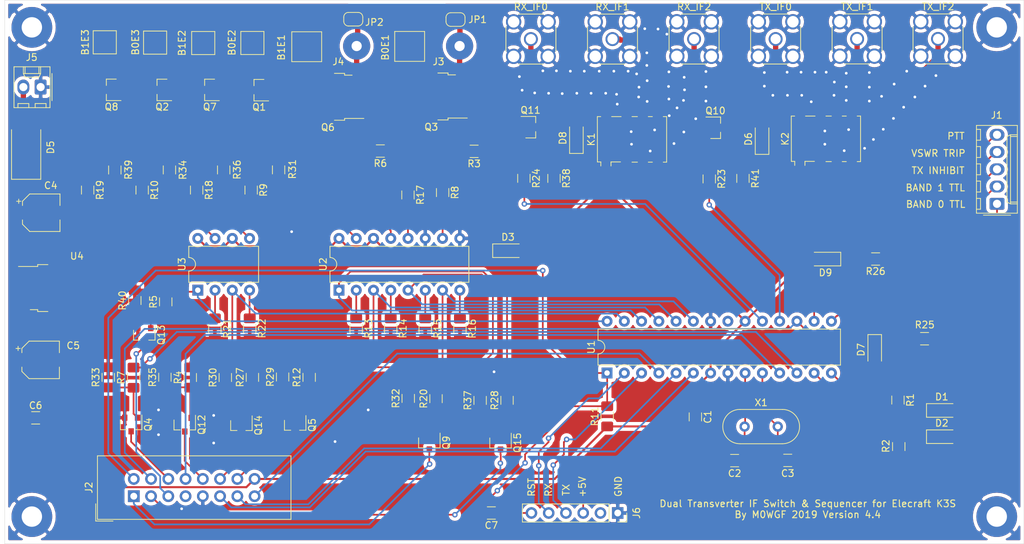
<source format=kicad_pcb>
(kicad_pcb (version 20171130) (host pcbnew "(5.1.2-1)-1")
  (layers (0 F.Cu signal) (31 B.Cu signal) (34 B.Paste user) (35 F.Paste user) (36 B.SilkS user) (37 F.SilkS user) (38 B.Mask user) (39 F.Mask user) (44 Edge.Cuts user))
  (net 0 "")
  (net 1 Band0_Event2_Led)
  (net 2 Band0_Event3_Led)
  (net 3 Band1_Event2_Led)
  (net 4 Band1_Event3_Led)
  (net 5 GND)
  (net 6 +5V)
  (net 7 "Net-(C2-Pad1)")
  (net 8 "Net-(C3-Pad1)")
  (net 9 "Net-(D1-Pad1)")
  (net 10 Band1_Input)
  (net 11 Band0_Input)
  (net 12 "Net-(D2-Pad1)")
  (net 13 +12V)
  (net 14 "Net-(D6-Pad2)")
  (net 15 TX_Inhibit_Drive)
  (net 16 "Net-(D8-Pad2)")
  (net 17 TX_Inhibit)
  (net 18 VSWR_Input)
  (net 19 PTT_Input)
  (net 20 Band1_Event1_Led)
  (net 21 Reset)
  (net 22 Buzzer)
  (net 23 PTT_Led)
  (net 24 Band2_Led)
  (net 25 Band1_Led)
  (net 26 Band0_Event1_Led)
  (net 27 Band0_Led)
  (net 28 "Net-(J3-Pad1)")
  (net 29 "Net-(J4-Pad1)")
  (net 30 "Net-(Q1-Pad1)")
  (net 31 "Net-(Q2-Pad1)")
  (net 32 "Net-(Q4-Pad1)")
  (net 33 "Net-(Q5-Pad1)")
  (net 34 "Net-(Q7-Pad1)")
  (net 35 "Net-(Q8-Pad1)")
  (net 36 "Net-(Q9-Pad1)")
  (net 37 "Net-(Q10-Pad1)")
  (net 38 "Net-(Q11-Pad1)")
  (net 39 "Net-(R7-Pad2)")
  (net 40 OptoA)
  (net 41 OptoB)
  (net 42 OptoC)
  (net 43 "Net-(R13-Pad1)")
  (net 44 "Net-(R14-Pad1)")
  (net 45 "Net-(R15-Pad1)")
  (net 46 "Net-(R16-Pad1)")
  (net 47 OptoD)
  (net 48 OptoE)
  (net 49 OptoF)
  (net 50 "Net-(R21-Pad1)")
  (net 51 "Net-(R22-Pad1)")
  (net 52 IF_TX)
  (net 53 IF_RX)
  (net 54 Band1_Event3)
  (net 55 Band1_Event2)
  (net 56 Band1_Event1)
  (net 57 Band0_Event3)
  (net 58 Band0_Event2)
  (net 59 Band0_Event1)
  (net 60 "Net-(D9-Pad1)")
  (net 61 "Net-(D9-Pad2)")
  (net 62 "Net-(Q3-Pad1)")
  (net 63 "Net-(Q6-Pad1)")
  (net 64 "Net-(Q12-Pad1)")
  (net 65 "Net-(Q13-Pad1)")
  (net 66 "Net-(Q14-Pad1)")
  (net 67 "Net-(Q15-Pad1)")
  (net 68 "Net-(B0E1-Pad1)")
  (net 69 "Net-(B0E2-Pad1)")
  (net 70 "Net-(B0E3-Pad1)")
  (net 71 "Net-(B1E1-Pad1)")
  (net 72 "Net-(B1E2-Pad1)")
  (net 73 "Net-(B1E3-Pad1)")
  (net 74 "Net-(K1-Pad5)")
  (net 75 "Net-(K1-Pad6)")
  (net 76 "Net-(K1-Pad7)")
  (net 77 "Net-(K2-Pad7)")
  (net 78 "Net-(K2-Pad6)")
  (net 79 "Net-(K2-Pad5)")
  (net 80 "Net-(C7-Pad1)")
  (net 81 D1)
  (net 82 D0)
  (net 83 "Net-(D5-Pad2)")
  (net 84 a)
  (module TestPoint:TestPoint_Pad_4.0x4.0mm (layer F.Cu) (at 99.6 66.8)
    (fp_text reference B0E1 (at -3.59 0.16 90) (layer F.SilkS))
    (fp_text value Conn_01x01)
    (pad 1 smd rect (at 0 0) (size 4 4) (layers F.Cu F.Mask) (net 68 "Net-(B0E1-Pad1)"))
  )
  (module TestPoint:TestPoint_Pad_3.0x3.0mm (layer F.Cu) (at 76.45 66.3)
    (fp_text reference B0E2 (at -3 -0.05 90) (layer F.SilkS))
    (fp_text value Conn_01x01)
    (pad 1 smd rect (at 0 0) (size 3 3) (layers F.Cu F.Mask) (net 69 "Net-(B0E2-Pad1)"))
  )
  (module TestPoint:TestPoint_Pad_3.0x3.0mm (layer F.Cu) (at 62.14 66.25)
    (fp_text reference B0E3 (at -2.89 -0.05 90) (layer F.SilkS))
    (fp_text value Conn_01x01)
    (pad 1 smd rect (at 0 0) (size 3 3) (layers F.Cu F.Mask) (net 70 "Net-(B0E3-Pad1)"))
  )
  (module TestPoint:TestPoint_Pad_4.0x4.0mm (layer F.Cu) (at 84.45 66.85)
    (fp_text reference B1E1 (at -3.73857 0.11 90) (layer F.SilkS))
    (fp_text value Conn_01x01)
    (pad 1 smd rect (at 0 0) (size 4 4) (layers F.Cu F.Mask) (net 71 "Net-(B1E1-Pad1)"))
  )
  (module TestPoint:TestPoint_Pad_3.0x3.0mm (layer F.Cu) (at 69.22 66.31)
    (fp_text reference B1E2 (at -3.12 -0.01 90) (layer F.SilkS))
    (fp_text value Conn_01x01)
    (pad 1 smd rect (at 0 0) (size 3 3) (layers F.Cu F.Mask) (net 72 "Net-(B1E2-Pad1)"))
  )
  (module TestPoint:TestPoint_Pad_3.0x3.0mm (layer F.Cu) (at 54.73 66.2)
    (fp_text reference B1E3 (at -2.88 0 90) (layer F.SilkS))
    (fp_text value Conn_01x01)
    (pad 1 smd rect (at 0 0) (size 3 3) (layers F.Cu F.Mask) (net 73 "Net-(B1E3-Pad1)"))
  )
  (module Capacitor_SMD:C_1206_3216Metric_Pad1.42x1.75mm_HandSolder (layer F.Cu) (at 141.65 121.3275 270)
    (fp_text reference C1 (at 0 -1.82 90) (layer F.SilkS))
    (fp_text value 100nF)
    (pad 2 smd roundrect (at 1.4875 0 270) (size 1.425 1.75) (layers F.Cu F.Paste F.Mask) (roundrect_rratio 0.175439) (net 5 GND))
    (pad 1 smd roundrect (at -1.4875 0 270) (size 1.425 1.75) (layers F.Cu F.Paste F.Mask) (roundrect_rratio 0.175439) (net 6 +5V))
  )
  (module Capacitor_SMD:C_1206_3216Metric_Pad1.42x1.75mm_HandSolder (layer F.Cu) (at 147.4245 127.758 180)
    (fp_text reference C2 (at 0 -1.882) (layer F.SilkS))
    (fp_text value 22pF)
    (pad 2 smd roundrect (at 1.4875 0 180) (size 1.425 1.75) (layers F.Cu F.Paste F.Mask) (roundrect_rratio 0.175439) (net 5 GND))
    (pad 1 smd roundrect (at -1.4875 0 180) (size 1.425 1.75) (layers F.Cu F.Paste F.Mask) (roundrect_rratio 0.175439) (net 7 "Net-(C2-Pad1)"))
  )
  (module Capacitor_SMD:C_1206_3216Metric_Pad1.42x1.75mm_HandSolder (layer F.Cu) (at 155.2395 127.732)
    (fp_text reference C3 (at 0.0005 1.908) (layer F.SilkS))
    (fp_text value 22pF)
    (pad 1 smd roundrect (at -1.4875 0) (size 1.425 1.75) (layers F.Cu F.Paste F.Mask) (roundrect_rratio 0.175439) (net 8 "Net-(C3-Pad1)"))
    (pad 2 smd roundrect (at 1.4875 0) (size 1.425 1.75) (layers F.Cu F.Paste F.Mask) (roundrect_rratio 0.175439) (net 5 GND))
  )
  (module Capacitor_SMD:CP_Elec_5x5.8 (layer F.Cu) (at 45.38 91.28)
    (fp_text reference C4 (at 1.4 -4) (layer F.SilkS))
    (fp_text value 47uF)
    (pad 2 smd roundrect (at 2.2 0) (size 3 1.6) (layers F.Cu F.Paste F.Mask) (roundrect_rratio 0.15625) (net 5 GND))
    (pad 1 smd roundrect (at -2.2 0) (size 3 1.6) (layers F.Cu F.Paste F.Mask) (roundrect_rratio 0.15625) (net 13 +12V))
  )
  (module Capacitor_SMD:CP_Elec_5x5.8 (layer F.Cu) (at 45.29 112.94)
    (fp_text reference C5 (at 4.8 -2.1) (layer F.SilkS))
    (fp_text value 47uF)
    (pad 1 smd roundrect (at -2.2 0) (size 3 1.6) (layers F.Cu F.Paste F.Mask) (roundrect_rratio 0.15625) (net 6 +5V))
    (pad 2 smd roundrect (at 2.2 0) (size 3 1.6) (layers F.Cu F.Paste F.Mask) (roundrect_rratio 0.15625) (net 5 GND))
  )
  (module Capacitor_SMD:C_1206_3216Metric_Pad1.42x1.75mm_HandSolder (layer F.Cu) (at 44.5575 121.47)
    (fp_text reference C6 (at 0 -1.82) (layer F.SilkS))
    (fp_text value 100nF)
    (pad 1 smd roundrect (at -1.4875 0) (size 1.425 1.75) (layers F.Cu F.Paste F.Mask) (roundrect_rratio 0.175439) (net 6 +5V))
    (pad 2 smd roundrect (at 1.4875 0) (size 1.425 1.75) (layers F.Cu F.Paste F.Mask) (roundrect_rratio 0.175439) (net 5 GND))
  )
  (module Diode_SMD:D_SOD-123 (layer F.Cu) (at 177.91 120.38)
    (fp_text reference D1 (at 0 -2) (layer F.SilkS))
    (fp_text value D)
    (pad 1 smd rect (at -1.65 0) (size 0.9 1.2) (layers F.Cu F.Paste F.Mask) (net 9 "Net-(D1-Pad1)"))
    (pad 2 smd rect (at 1.65 0) (size 0.9 1.2) (layers F.Cu F.Paste F.Mask) (net 10 Band1_Input))
  )
  (module Diode_SMD:D_SOD-123 (layer F.Cu) (at 177.91 124.24)
    (fp_text reference D2 (at 0 -2) (layer F.SilkS))
    (fp_text value D)
    (pad 2 smd rect (at 1.65 0) (size 0.9 1.2) (layers F.Cu F.Paste F.Mask) (net 11 Band0_Input))
    (pad 1 smd rect (at -1.65 0) (size 0.9 1.2) (layers F.Cu F.Paste F.Mask) (net 12 "Net-(D2-Pad1)"))
  )
  (module Diode_SMD:D_SMB_Handsoldering (layer F.Cu) (at 43.16 81.76 90)
    (fp_text reference D5 (at 0.1 3.6 90) (layer F.SilkS))
    (fp_text value D)
    (pad 1 smd rect (at -2.7 0 90) (size 3.5 2.3) (layers F.Cu F.Paste F.Mask) (net 13 +12V))
    (pad 2 smd rect (at 2.7 0 90) (size 3.5 2.3) (layers F.Cu F.Paste F.Mask) (net 83 "Net-(D5-Pad2)"))
  )
  (module Diode_SMD:D_SOD-123 (layer F.Cu) (at 151.46 80.44 90)
    (fp_text reference D6 (at 0 -2 90) (layer F.SilkS))
    (fp_text value D)
    (pad 2 smd rect (at 1.65 0 90) (size 0.9 1.2) (layers F.Cu F.Paste F.Mask) (net 14 "Net-(D6-Pad2)"))
    (pad 1 smd rect (at -1.65 0 90) (size 0.9 1.2) (layers F.Cu F.Paste F.Mask) (net 6 +5V))
  )
  (module Diode_SMD:D_SOD-123 (layer F.Cu) (at 168.04 111.47 270)
    (fp_text reference D7 (at -0.03 2.01 90) (layer F.SilkS))
    (fp_text value 5V1)
    (pad 1 smd rect (at -1.65 0 270) (size 0.9 1.2) (layers F.Cu F.Paste F.Mask) (net 15 TX_Inhibit_Drive))
    (pad 2 smd rect (at 1.65 0 270) (size 0.9 1.2) (layers F.Cu F.Paste F.Mask) (net 5 GND))
  )
  (module Diode_SMD:D_SOD-123 (layer F.Cu) (at 124.14 80.3 90)
    (fp_text reference D8 (at 0 -2 90) (layer F.SilkS))
    (fp_text value D)
    (pad 1 smd rect (at -1.65 0 90) (size 0.9 1.2) (layers F.Cu F.Paste F.Mask) (net 6 +5V))
    (pad 2 smd rect (at 1.65 0 90) (size 0.9 1.2) (layers F.Cu F.Paste F.Mask) (net 16 "Net-(D8-Pad2)"))
  )
  (module Connector_Molex:Molex_KK-254_AE-6410-05A_1x05_P2.54mm_Vertical (layer F.Cu) (at 186.04 89.97 90)
    (fp_text reference J1 (at 13.04 -0.05 180) (layer F.SilkS))
    (fp_text value "K3S & Wavenode ")
    (pad 1 thru_hole roundrect (at 0 0 90) (size 1.74 2.2) (drill 1.2) (layers *.Cu *.Mask) (roundrect_rratio 0.143678) (net 11 Band0_Input))
    (pad 2 thru_hole oval (at 2.54 0 90) (size 1.74 2.2) (drill 1.2) (layers *.Cu *.Mask) (net 10 Band1_Input))
    (pad 3 thru_hole oval (at 5.08 0 90) (size 1.74 2.2) (drill 1.2) (layers *.Cu *.Mask) (net 17 TX_Inhibit))
    (pad 4 thru_hole oval (at 7.62 0 90) (size 1.74 2.2) (drill 1.2) (layers *.Cu *.Mask) (net 18 VSWR_Input))
    (pad 5 thru_hole oval (at 10.16 0 90) (size 1.74 2.2) (drill 1.2) (layers *.Cu *.Mask) (net 19 PTT_Input))
  )
  (module Connector_IDC:IDC-Header_2x08_P2.54mm_Vertical (layer F.Cu) (at 59 133 90)
    (fp_text reference J2 (at 1.27 -6.604 90) (layer F.SilkS))
    (fp_text value "Indicator Panel")
    (pad 1 thru_hole rect (at 0 0 90) (size 1.7272 1.7272) (drill 1.016) (layers *.Cu *.Mask) (net 20 Band1_Event1_Led))
    (pad 2 thru_hole oval (at 2.54 0 90) (size 1.7272 1.7272) (drill 1.016) (layers *.Cu *.Mask) (net 21 Reset))
    (pad 3 thru_hole oval (at 0 2.54 90) (size 1.7272 1.7272) (drill 1.016) (layers *.Cu *.Mask) (net 3 Band1_Event2_Led))
    (pad 4 thru_hole oval (at 2.54 2.54 90) (size 1.7272 1.7272) (drill 1.016) (layers *.Cu *.Mask) (net 15 TX_Inhibit_Drive))
    (pad 5 thru_hole oval (at 0 5.08 90) (size 1.7272 1.7272) (drill 1.016) (layers *.Cu *.Mask) (net 4 Band1_Event3_Led))
    (pad 6 thru_hole oval (at 2.54 5.08 90) (size 1.7272 1.7272) (drill 1.016) (layers *.Cu *.Mask) (net 22 Buzzer))
    (pad 7 thru_hole oval (at 0 7.62 90) (size 1.7272 1.7272) (drill 1.016) (layers *.Cu *.Mask))
    (pad 8 thru_hole oval (at 2.54 7.62 90) (size 1.7272 1.7272) (drill 1.016) (layers *.Cu *.Mask) (net 23 PTT_Led))
    (pad 9 thru_hole oval (at 0 10.16 90) (size 1.7272 1.7272) (drill 1.016) (layers *.Cu *.Mask) (net 5 GND))
    (pad 10 thru_hole oval (at 2.54 10.16 90) (size 1.7272 1.7272) (drill 1.016) (layers *.Cu *.Mask) (net 2 Band0_Event3_Led))
    (pad 11 thru_hole oval (at 0 12.7 90) (size 1.7272 1.7272) (drill 1.016) (layers *.Cu *.Mask) (net 24 Band2_Led))
    (pad 12 thru_hole oval (at 2.54 12.7 90) (size 1.7272 1.7272) (drill 1.016) (layers *.Cu *.Mask) (net 1 Band0_Event2_Led))
    (pad 13 thru_hole oval (at 0 15.24 90) (size 1.7272 1.7272) (drill 1.016) (layers *.Cu *.Mask) (net 25 Band1_Led))
    (pad 14 thru_hole oval (at 2.54 15.24 90) (size 1.7272 1.7272) (drill 1.016) (layers *.Cu *.Mask) (net 26 Band0_Event1_Led))
    (pad 15 thru_hole oval (at 0 17.78 90) (size 1.7272 1.7272) (drill 1.016) (layers *.Cu *.Mask) (net 27 Band0_Led))
    (pad 16 thru_hole oval (at 2.54 17.78 90) (size 1.7272 1.7272) (drill 1.016) (layers *.Cu *.Mask) (net 6 +5V))
  )
  (module Connector_Wire:SolderWirePad_1x01_Drill1.5mm (layer F.Cu) (at 106.95 66.75 90)
    (fp_text reference J3 (at -2.3 -3.1 180) (layer F.SilkS))
    (fp_text value 12V)
    (pad 1 thru_hole circle (at 0 0 90) (size 4.0005 4.0005) (drill 1.50114) (layers *.Cu *.Mask) (net 28 "Net-(J3-Pad1)"))
  )
  (module Connector_Wire:SolderWirePad_1x01_Drill1.5mm (layer F.Cu) (at 91.8 66.75)
    (fp_text reference J4 (at -2.7 2.3) (layer F.SilkS))
    (fp_text value 12V)
    (pad 1 thru_hole circle (at 0 0) (size 4.0005 4.0005) (drill 1.50114) (layers *.Cu *.Mask) (net 29 "Net-(J4-Pad1)"))
  )
  (module Connector_Molex:Molex_KK-254_AE-6410-02A_1x02_P2.54mm_Vertical (layer F.Cu) (at 45.29 72.79 180)
    (fp_text reference J5 (at 1.32 4.37) (layer F.SilkS))
    (fp_text value PWR)
    (pad 1 thru_hole roundrect (at 0 0 180) (size 1.74 2.2) (drill 1.2) (layers *.Cu *.Mask) (roundrect_rratio 0.143678) (net 5 GND))
    (pad 2 thru_hole oval (at 2.54 0 180) (size 1.74 2.2) (drill 1.2) (layers *.Cu *.Mask) (net 83 "Net-(D5-Pad2)"))
  )
  (module Jumper:SolderJumper-2_P1.3mm_Open_RoundedPad1.0x1.5mm (layer F.Cu) (at 106.35 62.85)
    (fp_text reference JP1 (at 3.25 0 180) (layer F.SilkS))
    (fp_text value Jumper)
    (pad 2 smd custom (at 0.65 0) (size 1 0.5) (layers F.Cu F.Mask) (net 28 "Net-(J3-Pad1)") (options (clearance outline) (anchor rect)) (primitives (gr_circle (center 0 0.25) (end 0.5 0.25) (width 0)) (gr_circle (center 0 -0.25) (end 0.5 -0.25) (width 0)) (gr_poly (pts (xy 0 -0.75) (xy -0.5 -0.75) (xy -0.5 0.75) (xy 0 0.75)) (width 0))))
    (pad 1 smd custom (at -0.65 0) (size 1 0.5) (layers F.Cu F.Mask) (net 13 +12V) (options (clearance outline) (anchor rect)) (primitives (gr_circle (center 0 0.25) (end 0.5 0.25) (width 0)) (gr_circle (center 0 -0.25) (end 0.5 -0.25) (width 0)) (gr_poly (pts (xy 0 -0.75) (xy 0.5 -0.75) (xy 0.5 0.75) (xy 0 0.75)) (width 0))))
  )
  (module Jumper:SolderJumper-2_P1.3mm_Open_RoundedPad1.0x1.5mm (layer F.Cu) (at 91.3 62.8)
    (fp_text reference JP2 (at 3.1 0.45 180) (layer F.SilkS))
    (fp_text value Jumper)
    (pad 1 smd custom (at -0.65 0) (size 1 0.5) (layers F.Cu F.Mask) (net 13 +12V) (options (clearance outline) (anchor rect)) (primitives (gr_circle (center 0 0.25) (end 0.5 0.25) (width 0)) (gr_circle (center 0 -0.25) (end 0.5 -0.25) (width 0)) (gr_poly (pts (xy 0 -0.75) (xy 0.5 -0.75) (xy 0.5 0.75) (xy 0 0.75)) (width 0))))
    (pad 2 smd custom (at 0.65 0) (size 1 0.5) (layers F.Cu F.Mask) (net 29 "Net-(J4-Pad1)") (options (clearance outline) (anchor rect)) (primitives (gr_circle (center 0 0.25) (end 0.5 0.25) (width 0)) (gr_circle (center 0 -0.25) (end 0.5 -0.25) (width 0)) (gr_poly (pts (xy 0 -0.75) (xy -0.5 -0.75) (xy -0.5 0.75) (xy 0 0.75)) (width 0))))
  )
  (module Relay_SMD:Relay_DPDT_Omron_G6K-2F-Y (layer F.Cu) (at 132.32 80.5 90)
    (fp_text reference K1 (at 0 -6 90) (layer F.SilkS))
    (fp_text value G6K-2)
    (pad 1 smd rect (at -3.5 -3.8 90) (size 1.8 0.8) (layers F.Cu F.Paste F.Mask) (net 6 +5V))
    (pad 2 smd rect (at -3.5 -0.6 90) (size 1.8 0.8) (layers F.Cu F.Paste F.Mask))
    (pad 3 smd rect (at -3.5 1.6 90) (size 1.8 0.8) (layers F.Cu F.Paste F.Mask))
    (pad 4 smd rect (at -3.5 3.8 90) (size 1.8 0.8) (layers F.Cu F.Paste F.Mask))
    (pad 5 smd rect (at 3.5 3.8 90) (size 1.8 0.8) (layers F.Cu F.Paste F.Mask) (net 74 "Net-(K1-Pad5)"))
    (pad 6 smd rect (at 3.5 1.6 90) (size 1.8 0.8) (layers F.Cu F.Paste F.Mask) (net 75 "Net-(K1-Pad6)"))
    (pad 7 smd rect (at 3.5 -0.6 90) (size 1.8 0.8) (layers F.Cu F.Paste F.Mask) (net 76 "Net-(K1-Pad7)"))
    (pad 8 smd rect (at 3.5 -3.8 90) (size 1.8 0.8) (layers F.Cu F.Paste F.Mask) (net 16 "Net-(D8-Pad2)"))
  )
  (module Relay_SMD:Relay_DPDT_Omron_G6K-2F-Y (layer F.Cu) (at 160.86 80.42 90)
    (fp_text reference K2 (at 0 -6 90) (layer F.SilkS))
    (fp_text value G6K-2)
    (pad 8 smd rect (at 3.5 -3.8 90) (size 1.8 0.8) (layers F.Cu F.Paste F.Mask) (net 14 "Net-(D6-Pad2)"))
    (pad 7 smd rect (at 3.5 -0.6 90) (size 1.8 0.8) (layers F.Cu F.Paste F.Mask) (net 77 "Net-(K2-Pad7)"))
    (pad 6 smd rect (at 3.5 1.6 90) (size 1.8 0.8) (layers F.Cu F.Paste F.Mask) (net 78 "Net-(K2-Pad6)"))
    (pad 5 smd rect (at 3.5 3.8 90) (size 1.8 0.8) (layers F.Cu F.Paste F.Mask) (net 79 "Net-(K2-Pad5)"))
    (pad 4 smd rect (at -3.5 3.8 90) (size 1.8 0.8) (layers F.Cu F.Paste F.Mask))
    (pad 3 smd rect (at -3.5 1.6 90) (size 1.8 0.8) (layers F.Cu F.Paste F.Mask))
    (pad 2 smd rect (at -3.5 -0.6 90) (size 1.8 0.8) (layers F.Cu F.Paste F.Mask))
    (pad 1 smd rect (at -3.5 -3.8 90) (size 1.8 0.8) (layers F.Cu F.Paste F.Mask) (net 6 +5V))
  )
  (module Package_TO_SOT_SMD:SOT-23 (layer F.Cu) (at 77.45 73.24 180)
    (fp_text reference Q1 (at 0 -2.5) (layer F.SilkS))
    (fp_text value MMBT3904)
    (pad 1 smd rect (at -1 -0.95 180) (size 0.9 0.8) (layers F.Cu F.Paste F.Mask) (net 30 "Net-(Q1-Pad1)"))
    (pad 2 smd rect (at -1 0.95 180) (size 0.9 0.8) (layers F.Cu F.Paste F.Mask) (net 5 GND))
    (pad 3 smd rect (at 1 0 180) (size 0.9 0.8) (layers F.Cu F.Paste F.Mask) (net 69 "Net-(B0E2-Pad1)"))
  )
  (module Package_TO_SOT_SMD:SOT-23 (layer F.Cu) (at 63.18 73.21 180)
    (fp_text reference Q2 (at 0 -2.5) (layer F.SilkS))
    (fp_text value MMBT3904)
    (pad 3 smd rect (at 1 0 180) (size 0.9 0.8) (layers F.Cu F.Paste F.Mask) (net 70 "Net-(B0E3-Pad1)"))
    (pad 2 smd rect (at -1 0.95 180) (size 0.9 0.8) (layers F.Cu F.Paste F.Mask) (net 5 GND))
    (pad 1 smd rect (at -1 -0.95 180) (size 0.9 0.8) (layers F.Cu F.Paste F.Mask) (net 31 "Net-(Q2-Pad1)"))
  )
  (module Package_TO_SOT_SMD:SOT-23 (layer F.Cu) (at 58.61 122.45 270)
    (fp_text reference Q4 (at 0 -2.5 90) (layer F.SilkS))
    (fp_text value MMBT3904)
    (pad 1 smd rect (at -1 -0.95 270) (size 0.9 0.8) (layers F.Cu F.Paste F.Mask) (net 32 "Net-(Q4-Pad1)"))
    (pad 2 smd rect (at -1 0.95 270) (size 0.9 0.8) (layers F.Cu F.Paste F.Mask) (net 5 GND))
    (pad 3 smd rect (at 1 0 270) (size 0.9 0.8) (layers F.Cu F.Paste F.Mask) (net 22 Buzzer))
  )
  (module Package_TO_SOT_SMD:SOT-23 (layer F.Cu) (at 82.75 122.53 270)
    (fp_text reference Q5 (at 0 -2.5 90) (layer F.SilkS))
    (fp_text value MMBT3904)
    (pad 1 smd rect (at -1 -0.95 270) (size 0.9 0.8) (layers F.Cu F.Paste F.Mask) (net 33 "Net-(Q5-Pad1)"))
    (pad 2 smd rect (at -1 0.95 270) (size 0.9 0.8) (layers F.Cu F.Paste F.Mask) (net 5 GND))
    (pad 3 smd rect (at 1 0 270) (size 0.9 0.8) (layers F.Cu F.Paste F.Mask) (net 26 Band0_Event1_Led))
  )
  (module Package_TO_SOT_SMD:SOT-23 (layer F.Cu) (at 70.19 73.21 180)
    (fp_text reference Q7 (at 0 -2.5) (layer F.SilkS))
    (fp_text value MMBT3904)
    (pad 3 smd rect (at 1 0 180) (size 0.9 0.8) (layers F.Cu F.Paste F.Mask) (net 72 "Net-(B1E2-Pad1)"))
    (pad 2 smd rect (at -1 0.95 180) (size 0.9 0.8) (layers F.Cu F.Paste F.Mask) (net 5 GND))
    (pad 1 smd rect (at -1 -0.95 180) (size 0.9 0.8) (layers F.Cu F.Paste F.Mask) (net 34 "Net-(Q7-Pad1)"))
  )
  (module Package_TO_SOT_SMD:SOT-23 (layer F.Cu) (at 55.72 73.2 180)
    (fp_text reference Q8 (at 0 -2.5) (layer F.SilkS))
    (fp_text value MMBT3904)
    (pad 3 smd rect (at 1 0 180) (size 0.9 0.8) (layers F.Cu F.Paste F.Mask) (net 73 "Net-(B1E3-Pad1)"))
    (pad 2 smd rect (at -1 0.95 180) (size 0.9 0.8) (layers F.Cu F.Paste F.Mask) (net 5 GND))
    (pad 1 smd rect (at -1 -0.95 180) (size 0.9 0.8) (layers F.Cu F.Paste F.Mask) (net 35 "Net-(Q8-Pad1)"))
  )
  (module Package_TO_SOT_SMD:SOT-23 (layer F.Cu) (at 102.5 125.11 270)
    (fp_text reference Q9 (at 0 -2.5 90) (layer F.SilkS))
    (fp_text value MMBT3904)
    (pad 1 smd rect (at -1 -0.95 270) (size 0.9 0.8) (layers F.Cu F.Paste F.Mask) (net 36 "Net-(Q9-Pad1)"))
    (pad 2 smd rect (at -1 0.95 270) (size 0.9 0.8) (layers F.Cu F.Paste F.Mask) (net 5 GND))
    (pad 3 smd rect (at 1 0 270) (size 0.9 0.8) (layers F.Cu F.Paste F.Mask) (net 20 Band1_Event1_Led))
  )
  (module Package_TO_SOT_SMD:SOT-23 (layer F.Cu) (at 144.6 78.78)
    (fp_text reference Q10 (at 0 -2.5) (layer F.SilkS))
    (fp_text value MMBT3904)
    (pad 3 smd rect (at 1 0) (size 0.9 0.8) (layers F.Cu F.Paste F.Mask) (net 14 "Net-(D6-Pad2)"))
    (pad 2 smd rect (at -1 0.95) (size 0.9 0.8) (layers F.Cu F.Paste F.Mask) (net 5 GND))
    (pad 1 smd rect (at -1 -0.95) (size 0.9 0.8) (layers F.Cu F.Paste F.Mask) (net 37 "Net-(Q10-Pad1)"))
  )
  (module Package_TO_SOT_SMD:SOT-23 (layer F.Cu) (at 117.39 78.69)
    (fp_text reference Q11 (at 0 -2.5) (layer F.SilkS))
    (fp_text value MMBT3904)
    (pad 1 smd rect (at -1 -0.95) (size 0.9 0.8) (layers F.Cu F.Paste F.Mask) (net 38 "Net-(Q11-Pad1)"))
    (pad 2 smd rect (at -1 0.95) (size 0.9 0.8) (layers F.Cu F.Paste F.Mask) (net 5 GND))
    (pad 3 smd rect (at 1 0) (size 0.9 0.8) (layers F.Cu F.Paste F.Mask) (net 16 "Net-(D8-Pad2)"))
  )
  (module Resistor_SMD:R_1206_3216Metric_Pad1.42x1.75mm_HandSolder (layer F.Cu) (at 171.46 118.85 270)
    (fp_text reference R1 (at 0 -1.82 90) (layer F.SilkS))
    (fp_text value 10k)
    (pad 1 smd roundrect (at -1.4875 0 270) (size 1.425 1.75) (layers F.Cu F.Paste F.Mask) (roundrect_rratio 0.175439) (net 5 GND))
    (pad 2 smd roundrect (at 1.4875 0 270) (size 1.425 1.75) (layers F.Cu F.Paste F.Mask) (roundrect_rratio 0.175439) (net 9 "Net-(D1-Pad1)"))
  )
  (module Resistor_SMD:R_1206_3216Metric_Pad1.42x1.75mm_HandSolder (layer F.Cu) (at 171.58 125.6925 270)
    (fp_text reference R2 (at -0.0675 1.88 90) (layer F.SilkS))
    (fp_text value 10k)
    (pad 2 smd roundrect (at 1.4875 0 270) (size 1.425 1.75) (layers F.Cu F.Paste F.Mask) (roundrect_rratio 0.175439) (net 5 GND))
    (pad 1 smd roundrect (at -1.4875 0 270) (size 1.425 1.75) (layers F.Cu F.Paste F.Mask) (roundrect_rratio 0.175439) (net 12 "Net-(D2-Pad1)"))
  )
  (module Resistor_SMD:R_1206_3216Metric_Pad1.42x1.75mm_HandSolder (layer F.Cu) (at 58.97 115.5525 90)
    (fp_text reference R7 (at 0 -1.82 90) (layer F.SilkS))
    (fp_text value 2k2)
    (pad 2 smd roundrect (at 1.4875 0 90) (size 1.425 1.75) (layers F.Cu F.Paste F.Mask) (roundrect_rratio 0.175439) (net 39 "Net-(R7-Pad2)"))
    (pad 1 smd roundrect (at -1.4875 0 90) (size 1.425 1.75) (layers F.Cu F.Paste F.Mask) (roundrect_rratio 0.175439) (net 32 "Net-(Q4-Pad1)"))
  )
  (module Resistor_SMD:R_1206_3216Metric_Pad1.42x1.75mm_HandSolder (layer F.Cu) (at 104.45 88.3125 270)
    (fp_text reference R8 (at 0 -1.82 90) (layer F.SilkS))
    (fp_text value 100)
    (pad 2 smd roundrect (at 1.4875 0 270) (size 1.425 1.75) (layers F.Cu F.Paste F.Mask) (roundrect_rratio 0.175439) (net 40 OptoA))
    (pad 1 smd roundrect (at -1.4875 0 270) (size 1.425 1.75) (layers F.Cu F.Paste F.Mask) (roundrect_rratio 0.175439) (net 62 "Net-(Q3-Pad1)"))
  )
  (module Resistor_SMD:R_1206_3216Metric_Pad1.42x1.75mm_HandSolder (layer F.Cu) (at 76.27 87.9475 270)
    (fp_text reference R9 (at 0 -1.82 90) (layer F.SilkS))
    (fp_text value 2k2 hide)
    (pad 2 smd roundrect (at 1.4875 0 270) (size 1.425 1.75) (layers F.Cu F.Paste F.Mask) (roundrect_rratio 0.175439) (net 42 OptoC))
    (pad 1 smd roundrect (at -1.4875 0 270) (size 1.425 1.75) (layers F.Cu F.Paste F.Mask) (roundrect_rratio 0.175439) (net 30 "Net-(Q1-Pad1)"))
  )
  (module Resistor_SMD:R_1206_3216Metric_Pad1.42x1.75mm_HandSolder (layer F.Cu) (at 60.23 87.9475 270)
    (fp_text reference R10 (at 0 -1.82 90) (layer F.SilkS))
    (fp_text value 2k2 hide)
    (pad 1 smd roundrect (at -1.4875 0 270) (size 1.425 1.75) (layers F.Cu F.Paste F.Mask) (roundrect_rratio 0.175439) (net 31 "Net-(Q2-Pad1)"))
    (pad 2 smd roundrect (at 1.4875 0 270) (size 1.425 1.75) (layers F.Cu F.Paste F.Mask) (roundrect_rratio 0.175439) (net 48 OptoE))
  )
  (module Resistor_SMD:R_1206_3216Metric_Pad1.42x1.75mm_HandSolder (layer F.Cu) (at 128.67 121.2425 90)
    (fp_text reference R11 (at 0 -1.82 90) (layer F.SilkS))
    (fp_text value 10k)
    (pad 1 smd roundrect (at -1.4875 0 90) (size 1.425 1.75) (layers F.Cu F.Paste F.Mask) (roundrect_rratio 0.175439) (net 6 +5V))
    (pad 2 smd roundrect (at 1.4875 0 90) (size 1.425 1.75) (layers F.Cu F.Paste F.Mask) (roundrect_rratio 0.175439) (net 21 Reset))
  )
  (module Resistor_SMD:R_1206_3216Metric_Pad1.42x1.75mm_HandSolder (layer F.Cu) (at 84.81 115.51 90)
    (fp_text reference R12 (at 0 -1.82 90) (layer F.SilkS))
    (fp_text value 2k2)
    (pad 2 smd roundrect (at 1.4875 0 90) (size 1.425 1.75) (layers F.Cu F.Paste F.Mask) (roundrect_rratio 0.175439) (net 59 Band0_Event1))
    (pad 1 smd roundrect (at -1.4875 0 90) (size 1.425 1.75) (layers F.Cu F.Paste F.Mask) (roundrect_rratio 0.175439) (net 33 "Net-(Q5-Pad1)"))
  )
  (module Resistor_SMD:R_1206_3216Metric_Pad1.42x1.75mm_HandSolder (layer F.Cu) (at 91.73 108.32 270)
    (fp_text reference R13 (at 0 -1.82 90) (layer F.SilkS))
    (fp_text value 330 hide)
    (pad 1 smd roundrect (at -1.4875 0 270) (size 1.425 1.75) (layers F.Cu F.Paste F.Mask) (roundrect_rratio 0.175439) (net 43 "Net-(R13-Pad1)"))
    (pad 2 smd roundrect (at 1.4875 0 270) (size 1.425 1.75) (layers F.Cu F.Paste F.Mask) (roundrect_rratio 0.175439) (net 5 GND))
  )
  (module Resistor_SMD:R_1206_3216Metric_Pad1.42x1.75mm_HandSolder (layer F.Cu) (at 96.81 108.32 270)
    (fp_text reference R14 (at 0 -1.82 90) (layer F.SilkS))
    (fp_text value 330 hide)
    (pad 2 smd roundrect (at 1.4875 0 270) (size 1.425 1.75) (layers F.Cu F.Paste F.Mask) (roundrect_rratio 0.175439) (net 5 GND))
    (pad 1 smd roundrect (at -1.4875 0 270) (size 1.425 1.75) (layers F.Cu F.Paste F.Mask) (roundrect_rratio 0.175439) (net 44 "Net-(R14-Pad1)"))
  )
  (module Resistor_SMD:R_1206_3216Metric_Pad1.42x1.75mm_HandSolder (layer F.Cu) (at 101.89 108.32 270)
    (fp_text reference R15 (at 0 -1.82 90) (layer F.SilkS))
    (fp_text value 330 hide)
    (pad 1 smd roundrect (at -1.4875 0 270) (size 1.425 1.75) (layers F.Cu F.Paste F.Mask) (roundrect_rratio 0.175439) (net 45 "Net-(R15-Pad1)"))
    (pad 2 smd roundrect (at 1.4875 0 270) (size 1.425 1.75) (layers F.Cu F.Paste F.Mask) (roundrect_rratio 0.175439) (net 5 GND))
  )
  (module Resistor_SMD:R_1206_3216Metric_Pad1.42x1.75mm_HandSolder (layer F.Cu) (at 107 108.35 270)
    (fp_text reference R16 (at 0 -1.82 90) (layer F.SilkS))
    (fp_text value 330 hide)
    (pad 2 smd roundrect (at 1.4875 0 270) (size 1.425 1.75) (layers F.Cu F.Paste F.Mask) (roundrect_rratio 0.175439) (net 5 GND))
    (pad 1 smd roundrect (at -1.4875 0 270) (size 1.425 1.75) (layers F.Cu F.Paste F.Mask) (roundrect_rratio 0.175439) (net 46 "Net-(R16-Pad1)"))
  )
  (module Resistor_SMD:R_1206_3216Metric_Pad1.42x1.75mm_HandSolder (layer F.Cu) (at 99.35 88.6625 270)
    (fp_text reference R17 (at 0 -1.82 90) (layer F.SilkS))
    (fp_text value 100)
    (pad 1 smd roundrect (at -1.4875 0 270) (size 1.425 1.75) (layers F.Cu F.Paste F.Mask) (roundrect_rratio 0.175439) (net 63 "Net-(Q6-Pad1)"))
    (pad 2 smd roundrect (at 1.4875 0 270) (size 1.425 1.75) (layers F.Cu F.Paste F.Mask) (roundrect_rratio 0.175439) (net 41 OptoB))
  )
  (module Resistor_SMD:R_1206_3216Metric_Pad1.42x1.75mm_HandSolder (layer F.Cu) (at 68.25 87.9475 270)
    (fp_text reference R18 (at 0 -1.82 90) (layer F.SilkS))
    (fp_text value 2k2 hide)
    (pad 1 smd roundrect (at -1.4875 0 270) (size 1.425 1.75) (layers F.Cu F.Paste F.Mask) (roundrect_rratio 0.175439) (net 34 "Net-(Q7-Pad1)"))
    (pad 2 smd roundrect (at 1.4875 0 270) (size 1.425 1.75) (layers F.Cu F.Paste F.Mask) (roundrect_rratio 0.175439) (net 47 OptoD))
  )
  (module Resistor_SMD:R_1206_3216Metric_Pad1.42x1.75mm_HandSolder (layer F.Cu) (at 52.21 87.9475 270)
    (fp_text reference R19 (at 0 -1.82 90) (layer F.SilkS))
    (fp_text value 2k2 hide)
    (pad 1 smd roundrect (at -1.4875 0 270) (size 1.425 1.75) (layers F.Cu F.Paste F.Mask) (roundrect_rratio 0.175439) (net 35 "Net-(Q8-Pad1)"))
    (pad 2 smd roundrect (at 1.4875 0 270) (size 1.425 1.75) (layers F.Cu F.Paste F.Mask) (roundrect_rratio 0.175439) (net 49 OptoF))
  )
  (module Resistor_SMD:R_1206_3216Metric_Pad1.42x1.75mm_HandSolder (layer F.Cu) (at 103.48 118.6425 90)
    (fp_text reference R20 (at 0 -1.82 90) (layer F.SilkS))
    (fp_text value 2k2)
    (pad 1 smd roundrect (at -1.4875 0 90) (size 1.425 1.75) (layers F.Cu F.Paste F.Mask) (roundrect_rratio 0.175439) (net 36 "Net-(Q9-Pad1)"))
    (pad 2 smd roundrect (at 1.4875 0 90) (size 1.425 1.75) (layers F.Cu F.Paste F.Mask) (roundrect_rratio 0.175439) (net 56 Band1_Event1))
  )
  (module Resistor_SMD:R_1206_3216Metric_Pad1.42x1.75mm_HandSolder (layer F.Cu) (at 70.93 108.3075 270)
    (fp_text reference R21 (at 0 -1.82 90) (layer F.SilkS))
    (fp_text value 330)
    (pad 2 smd roundrect (at 1.4875 0 270) (size 1.425 1.75) (layers F.Cu F.Paste F.Mask) (roundrect_rratio 0.175439) (net 5 GND))
    (pad 1 smd roundrect (at -1.4875 0 270) (size 1.425 1.75) (layers F.Cu F.Paste F.Mask) (roundrect_rratio 0.175439) (net 50 "Net-(R21-Pad1)"))
  )
  (module Resistor_SMD:R_1206_3216Metric_Pad1.42x1.75mm_HandSolder (layer F.Cu) (at 76.06 108.3075 270)
    (fp_text reference R22 (at 0 -1.82 90) (layer F.SilkS))
    (fp_text value 330)
    (pad 2 smd roundrect (at 1.4875 0 270) (size 1.425 1.75) (layers F.Cu F.Paste F.Mask) (roundrect_rratio 0.175439) (net 5 GND))
    (pad 1 smd roundrect (at -1.4875 0 270) (size 1.425 1.75) (layers F.Cu F.Paste F.Mask) (roundrect_rratio 0.175439) (net 51 "Net-(R22-Pad1)"))
  )
  (module Resistor_SMD:R_1206_3216Metric_Pad1.42x1.75mm_HandSolder (layer F.Cu) (at 143.69 86.3075 270)
    (fp_text reference R23 (at 0 -1.82 90) (layer F.SilkS))
    (fp_text value 2k2)
    (pad 1 smd roundrect (at -1.4875 0 270) (size 1.425 1.75) (layers F.Cu F.Paste F.Mask) (roundrect_rratio 0.175439) (net 37 "Net-(Q10-Pad1)"))
    (pad 2 smd roundrect (at 1.4875 0 270) (size 1.425 1.75) (layers F.Cu F.Paste F.Mask) (roundrect_rratio 0.175439) (net 52 IF_TX))
  )
  (module Resistor_SMD:R_1206_3216Metric_Pad1.42x1.75mm_HandSolder (layer F.Cu) (at 116.41 86.2175 270)
    (fp_text reference R24 (at 0 -1.82 90) (layer F.SilkS))
    (fp_text value 2k2)
    (pad 1 smd roundrect (at -1.4875 0 270) (size 1.425 1.75) (layers F.Cu F.Paste F.Mask) (roundrect_rratio 0.175439) (net 38 "Net-(Q11-Pad1)"))
    (pad 2 smd roundrect (at 1.4875 0 270) (size 1.425 1.75) (layers F.Cu F.Paste F.Mask) (roundrect_rratio 0.175439) (net 53 IF_RX))
  )
  (module Resistor_SMD:R_1206_3216Metric_Pad1.42x1.75mm_HandSolder (layer F.Cu) (at 175.3775 109.82 180)
    (fp_text reference R25 (at -0.0225 2.04) (layer F.SilkS))
    (fp_text value 10k)
    (pad 2 smd roundrect (at 1.4875 0 180) (size 1.425 1.75) (layers F.Cu F.Paste F.Mask) (roundrect_rratio 0.175439) (net 15 TX_Inhibit_Drive))
    (pad 1 smd roundrect (at -1.4875 0 180) (size 1.425 1.75) (layers F.Cu F.Paste F.Mask) (roundrect_rratio 0.175439) (net 17 TX_Inhibit))
  )
  (module Package_DIP:DIP-28_W7.62mm (layer F.Cu) (at 128.65 114.87 90)
    (fp_text reference U1 (at 3.81 -2.33 90) (layer F.SilkS))
    (fp_text value ATmega328P-PU)
    (pad 1 thru_hole rect (at 0 0 90) (size 1.6 1.6) (drill 0.8) (layers *.Cu *.Mask) (net 21 Reset))
    (pad 15 thru_hole oval (at 7.62 33.02 90) (size 1.6 1.6) (drill 0.8) (layers *.Cu *.Mask) (net 18 VSWR_Input))
    (pad 2 thru_hole oval (at 0 2.54 90) (size 1.6 1.6) (drill 0.8) (layers *.Cu *.Mask) (net 82 D0))
    (pad 16 thru_hole oval (at 7.62 30.48 90) (size 1.6 1.6) (drill 0.8) (layers *.Cu *.Mask) (net 61 "Net-(D9-Pad2)"))
    (pad 3 thru_hole oval (at 0 5.08 90) (size 1.6 1.6) (drill 0.8) (layers *.Cu *.Mask) (net 81 D1))
    (pad 17 thru_hole oval (at 7.62 27.94 90) (size 1.6 1.6) (drill 0.8) (layers *.Cu *.Mask) (net 15 TX_Inhibit_Drive))
    (pad 4 thru_hole oval (at 0 7.62 90) (size 1.6 1.6) (drill 0.8) (layers *.Cu *.Mask) (net 27 Band0_Led))
    (pad 18 thru_hole oval (at 7.62 25.4 90) (size 1.6 1.6) (drill 0.8) (layers *.Cu *.Mask) (net 52 IF_TX))
    (pad 5 thru_hole oval (at 0 10.16 90) (size 1.6 1.6) (drill 0.8) (layers *.Cu *.Mask) (net 25 Band1_Led))
    (pad 19 thru_hole oval (at 7.62 22.86 90) (size 1.6 1.6) (drill 0.8) (layers *.Cu *.Mask) (net 53 IF_RX))
    (pad 6 thru_hole oval (at 0 12.7 90) (size 1.6 1.6) (drill 0.8) (layers *.Cu *.Mask) (net 24 Band2_Led))
    (pad 20 thru_hole oval (at 7.62 20.32 90) (size 1.6 1.6) (drill 0.8) (layers *.Cu *.Mask) (net 6 +5V))
    (pad 7 thru_hole oval (at 0 15.24 90) (size 1.6 1.6) (drill 0.8) (layers *.Cu *.Mask) (net 6 +5V))
    (pad 21 thru_hole oval (at 7.62 17.78 90) (size 1.6 1.6) (drill 0.8) (layers *.Cu *.Mask))
    (pad 8 thru_hole oval (at 0 17.78 90) (size 1.6 1.6) (drill 0.8) (layers *.Cu *.Mask) (net 5 GND))
    (pad 22 thru_hole oval (at 7.62 15.24 90) (size 1.6 1.6) (drill 0.8) (layers *.Cu *.Mask) (net 5 GND))
    (pad 9 thru_hole oval (at 0 20.32 90) (size 1.6 1.6) (drill 0.8) (layers *.Cu *.Mask) (net 7 "Net-(C2-Pad1)"))
    (pad 23 thru_hole oval (at 7.62 12.7 90) (size 1.6 1.6) (drill 0.8) (layers *.Cu *.Mask) (net 59 Band0_Event1))
    (pad 10 thru_hole oval (at 0 22.86 90) (size 1.6 1.6) (drill 0.8) (layers *.Cu *.Mask) (net 8 "Net-(C3-Pad1)"))
    (pad 24 thru_hole oval (at 7.62 10.16 90) (size 1.6 1.6) (drill 0.8) (layers *.Cu *.Mask) (net 56 Band1_Event1))
    (pad 11 thru_hole oval (at 0 25.4 90) (size 1.6 1.6) (drill 0.8) (layers *.Cu *.Mask) (net 23 PTT_Led))
    (pad 25 thru_hole oval (at 7.62 7.62 90) (size 1.6 1.6) (drill 0.8) (layers *.Cu *.Mask) (net 58 Band0_Event2))
    (pad 12 thru_hole oval (at 0 27.94 90) (size 1.6 1.6) (drill 0.8) (layers *.Cu *.Mask) (net 39 "Net-(R7-Pad2)"))
    (pad 26 thru_hole oval (at 7.62 5.08 90) (size 1.6 1.6) (drill 0.8) (layers *.Cu *.Mask) (net 55 Band1_Event2))
    (pad 13 thru_hole oval (at 0 30.48 90) (size 1.6 1.6) (drill 0.8) (layers *.Cu *.Mask) (net 12 "Net-(D2-Pad1)"))
    (pad 27 thru_hole oval (at 7.62 2.54 90) (size 1.6 1.6) (drill 0.8) (layers *.Cu *.Mask) (net 57 Band0_Event3))
    (pad 14 thru_hole oval (at 0 33.02 90) (size 1.6 1.6) (drill 0.8) (layers *.Cu *.Mask) (net 9 "Net-(D1-Pad1)"))
    (pad 28 thru_hole oval (at 7.62 0 90) (size 1.6 1.6) (drill 0.8) (layers *.Cu *.Mask) (net 54 Band1_Event3))
  )
  (module Package_TO_SOT_SMD:TO-252-2 (layer F.Cu) (at 47.33 102.37)
    (fp_text reference U4 (at 3.3 -4.7) (layer F.SilkS))
    (fp_text value MC7805BDTG)
    (pad 1 smd rect (at -4.2 -2.28) (size 2.2 1.2) (layers F.Cu F.Paste F.Mask) (net 13 +12V))
    (pad 3 smd rect (at -4.2 2.28) (size 2.2 1.2) (layers F.Cu F.Paste F.Mask) (net 6 +5V))
    (pad 2 smd rect (at 2.1 0) (size 6.4 5.8) (layers F.Cu F.Mask) (net 5 GND))
  )
  (module Crystal:Crystal_HC49-U_Vertical (layer F.Cu) (at 148.892 122.754)
    (fp_text reference X1 (at 2.44 -3.525) (layer F.SilkS))
    (fp_text value Crystal)
    (pad 1 thru_hole circle (at 0 0) (size 1.5 1.5) (drill 0.8) (layers *.Cu *.Mask) (net 7 "Net-(C2-Pad1)"))
    (pad 2 thru_hole circle (at 4.88 0) (size 1.5 1.5) (drill 0.8) (layers *.Cu *.Mask) (net 8 "Net-(C3-Pad1)"))
  )
  (module Diode_SMD:D_SOD-123 (layer F.Cu) (at 160.79 98.1 180)
    (fp_text reference D9 (at 0 -2) (layer F.SilkS))
    (fp_text value D)
    (pad 1 smd rect (at -1.65 0 180) (size 0.9 1.2) (layers F.Cu F.Paste F.Mask) (net 60 "Net-(D9-Pad1)"))
    (pad 2 smd rect (at 1.65 0 180) (size 0.9 1.2) (layers F.Cu F.Paste F.Mask) (net 61 "Net-(D9-Pad2)"))
  )
  (module Resistor_SMD:R_1206_3216Metric_Pad1.42x1.75mm_HandSolder (layer F.Cu) (at 168.1725 98.09 180)
    (fp_text reference R26 (at 0 -1.82) (layer F.SilkS))
    (fp_text value 10k)
    (pad 1 smd roundrect (at -1.4875 0 180) (size 1.425 1.75) (layers F.Cu F.Paste F.Mask) (roundrect_rratio 0.175439) (net 19 PTT_Input))
    (pad 2 smd roundrect (at 1.4875 0 180) (size 1.425 1.75) (layers F.Cu F.Paste F.Mask) (roundrect_rratio 0.175439) (net 60 "Net-(D9-Pad1)"))
  )
  (module Package_TO_SOT_SMD:TO-252-2 (layer F.Cu) (at 102.78 74.17 180)
    (fp_text reference Q3 (at 0 -4.5) (layer F.SilkS))
    (fp_text value DMP4015SK3)
    (pad 1 smd rect (at -4.2 -2.28 180) (size 2.2 1.2) (layers F.Cu F.Paste F.Mask) (net 62 "Net-(Q3-Pad1)"))
    (pad 3 smd rect (at -4.2 2.28 180) (size 2.2 1.2) (layers F.Cu F.Paste F.Mask) (net 28 "Net-(J3-Pad1)"))
    (pad 2 smd rect (at 2.1 0 180) (size 6.4 5.8) (layers F.Cu F.Mask) (net 68 "Net-(B0E1-Pad1)"))
  )
  (module Package_TO_SOT_SMD:TO-252-2 (layer F.Cu) (at 87.56 74.22 180)
    (fp_text reference Q6 (at 0 -4.5) (layer F.SilkS))
    (fp_text value DMP4015SK3)
    (pad 2 smd rect (at 2.1 0 180) (size 6.4 5.8) (layers F.Cu F.Mask) (net 71 "Net-(B1E1-Pad1)"))
    (pad 3 smd rect (at -4.2 2.28 180) (size 2.2 1.2) (layers F.Cu F.Paste F.Mask) (net 29 "Net-(J4-Pad1)"))
    (pad 1 smd rect (at -4.2 -2.28 180) (size 2.2 1.2) (layers F.Cu F.Paste F.Mask) (net 63 "Net-(Q6-Pad1)"))
  )
  (module Package_TO_SOT_SMD:SOT-23 (layer F.Cu) (at 66.5 122.48 270)
    (fp_text reference Q12 (at 0 -2.5 90) (layer F.SilkS))
    (fp_text value MMBT3904)
    (pad 1 smd rect (at -1 -0.95 270) (size 0.9 0.8) (layers F.Cu F.Paste F.Mask) (net 64 "Net-(Q12-Pad1)"))
    (pad 2 smd rect (at -1 0.95 270) (size 0.9 0.8) (layers F.Cu F.Paste F.Mask) (net 5 GND))
    (pad 3 smd rect (at 1 0 270) (size 0.9 0.8) (layers F.Cu F.Paste F.Mask) (net 2 Band0_Event3_Led))
  )
  (module Package_TO_SOT_SMD:SOT-23 (layer F.Cu) (at 60.55 109.27 270)
    (fp_text reference Q13 (at 0 -2.5 90) (layer F.SilkS))
    (fp_text value MMBT3904 hide)
    (pad 1 smd rect (at -1 -0.95 270) (size 0.9 0.8) (layers F.Cu F.Paste F.Mask) (net 65 "Net-(Q13-Pad1)"))
    (pad 2 smd rect (at -1 0.95 270) (size 0.9 0.8) (layers F.Cu F.Paste F.Mask) (net 5 GND))
    (pad 3 smd rect (at 1 0 270) (size 0.9 0.8) (layers F.Cu F.Paste F.Mask) (net 4 Band1_Event3_Led))
  )
  (module Package_TO_SOT_SMD:SOT-23 (layer F.Cu) (at 74.84 122.57 270)
    (fp_text reference Q14 (at 0 -2.5 90) (layer F.SilkS))
    (fp_text value MMBT3904)
    (pad 3 smd rect (at 1 0 270) (size 0.9 0.8) (layers F.Cu F.Paste F.Mask) (net 1 Band0_Event2_Led))
    (pad 2 smd rect (at -1 0.95 270) (size 0.9 0.8) (layers F.Cu F.Paste F.Mask) (net 5 GND))
    (pad 1 smd rect (at -1 -0.95 270) (size 0.9 0.8) (layers F.Cu F.Paste F.Mask) (net 66 "Net-(Q14-Pad1)"))
  )
  (module Package_TO_SOT_SMD:SOT-23 (layer F.Cu) (at 112.97 125.13 270)
    (fp_text reference Q15 (at 0 -2.5 90) (layer F.SilkS))
    (fp_text value MMBT3904)
    (pad 3 smd rect (at 1 0 270) (size 0.9 0.8) (layers F.Cu F.Paste F.Mask) (net 3 Band1_Event2_Led))
    (pad 2 smd rect (at -1 0.95 270) (size 0.9 0.8) (layers F.Cu F.Paste F.Mask) (net 5 GND))
    (pad 1 smd rect (at -1 -0.95 270) (size 0.9 0.8) (layers F.Cu F.Paste F.Mask) (net 67 "Net-(Q15-Pad1)"))
  )
  (module Resistor_SMD:R_1206_3216Metric_Pad1.42x1.75mm_HandSolder (layer F.Cu) (at 109.0875 82.25 180)
    (fp_text reference R3 (at 0 -1.82) (layer F.SilkS))
    (fp_text value 10k)
    (pad 2 smd roundrect (at 1.4875 0 180) (size 1.425 1.75) (layers F.Cu F.Paste F.Mask) (roundrect_rratio 0.175439) (net 62 "Net-(Q3-Pad1)"))
    (pad 1 smd roundrect (at -1.4875 0 180) (size 1.425 1.75) (layers F.Cu F.Paste F.Mask) (roundrect_rratio 0.175439) (net 28 "Net-(J3-Pad1)"))
  )
  (module Resistor_SMD:R_1206_3216Metric_Pad1.42x1.75mm_HandSolder (layer F.Cu) (at 67.31 115.5325 90)
    (fp_text reference R4 (at 0 -1.82 90) (layer F.SilkS))
    (fp_text value 2k2 hide)
    (pad 2 smd roundrect (at 1.4875 0 90) (size 1.425 1.75) (layers F.Cu F.Paste F.Mask) (roundrect_rratio 0.175439) (net 57 Band0_Event3))
    (pad 1 smd roundrect (at -1.4875 0 90) (size 1.425 1.75) (layers F.Cu F.Paste F.Mask) (roundrect_rratio 0.175439) (net 64 "Net-(Q12-Pad1)"))
  )
  (module Resistor_SMD:R_1206_3216Metric_Pad1.42x1.75mm_HandSolder (layer F.Cu) (at 63.7 104.3975 90)
    (fp_text reference R5 (at 0 -1.82 90) (layer F.SilkS))
    (fp_text value 2k2 hide)
    (pad 2 smd roundrect (at 1.4875 0 90) (size 1.425 1.75) (layers F.Cu F.Paste F.Mask) (roundrect_rratio 0.175439) (net 54 Band1_Event3))
    (pad 1 smd roundrect (at -1.4875 0 90) (size 1.425 1.75) (layers F.Cu F.Paste F.Mask) (roundrect_rratio 0.175439) (net 65 "Net-(Q13-Pad1)"))
  )
  (module Resistor_SMD:R_1206_3216Metric_Pad1.42x1.75mm_HandSolder (layer F.Cu) (at 95.2875 82.2 180)
    (fp_text reference R6 (at 0 -1.82) (layer F.SilkS))
    (fp_text value 10k)
    (pad 1 smd roundrect (at -1.4875 0 180) (size 1.425 1.75) (layers F.Cu F.Paste F.Mask) (roundrect_rratio 0.175439) (net 29 "Net-(J4-Pad1)"))
    (pad 2 smd roundrect (at 1.4875 0 180) (size 1.425 1.75) (layers F.Cu F.Paste F.Mask) (roundrect_rratio 0.175439) (net 63 "Net-(Q6-Pad1)"))
  )
  (module Resistor_SMD:R_1206_3216Metric_Pad1.42x1.75mm_HandSolder (layer F.Cu) (at 76.46 115.51 90)
    (fp_text reference R27 (at 0 -1.82 90) (layer F.SilkS))
    (fp_text value 2k2)
    (pad 1 smd roundrect (at -1.4875 0 90) (size 1.425 1.75) (layers F.Cu F.Paste F.Mask) (roundrect_rratio 0.175439) (net 66 "Net-(Q14-Pad1)"))
    (pad 2 smd roundrect (at 1.4875 0 90) (size 1.425 1.75) (layers F.Cu F.Paste F.Mask) (roundrect_rratio 0.175439) (net 58 Band0_Event2))
  )
  (module Resistor_SMD:R_1206_3216Metric_Pad1.42x1.75mm_HandSolder (layer F.Cu) (at 113.93 118.8875 90)
    (fp_text reference R28 (at 0 -1.82 90) (layer F.SilkS))
    (fp_text value 2k2)
    (pad 1 smd roundrect (at -1.4875 0 90) (size 1.425 1.75) (layers F.Cu F.Paste F.Mask) (roundrect_rratio 0.175439) (net 67 "Net-(Q15-Pad1)"))
    (pad 2 smd roundrect (at 1.4875 0 90) (size 1.425 1.75) (layers F.Cu F.Paste F.Mask) (roundrect_rratio 0.175439) (net 55 Band1_Event2))
  )
  (module Package_DIP:DIP-16_W7.62mm (layer F.Cu) (at 89.2 102.68 90)
    (fp_text reference U2 (at 3.81 -2.33 90) (layer F.SilkS))
    (fp_text value LTV-847S)
    (pad 1 thru_hole rect (at 0 0 90) (size 1.6 1.6) (drill 0.8) (layers *.Cu *.Mask) (net 55 Band1_Event2))
    (pad 9 thru_hole oval (at 7.62 17.78 90) (size 1.6 1.6) (drill 0.8) (layers *.Cu *.Mask) (net 5 GND))
    (pad 2 thru_hole oval (at 0 2.54 90) (size 1.6 1.6) (drill 0.8) (layers *.Cu *.Mask) (net 43 "Net-(R13-Pad1)"))
    (pad 10 thru_hole oval (at 7.62 15.24 90) (size 1.6 1.6) (drill 0.8) (layers *.Cu *.Mask) (net 40 OptoA))
    (pad 3 thru_hole oval (at 0 5.08 90) (size 1.6 1.6) (drill 0.8) (layers *.Cu *.Mask) (net 58 Band0_Event2))
    (pad 11 thru_hole oval (at 7.62 12.7 90) (size 1.6 1.6) (drill 0.8) (layers *.Cu *.Mask) (net 5 GND))
    (pad 4 thru_hole oval (at 0 7.62 90) (size 1.6 1.6) (drill 0.8) (layers *.Cu *.Mask) (net 44 "Net-(R14-Pad1)"))
    (pad 12 thru_hole oval (at 7.62 10.16 90) (size 1.6 1.6) (drill 0.8) (layers *.Cu *.Mask) (net 41 OptoB))
    (pad 5 thru_hole oval (at 0 10.16 90) (size 1.6 1.6) (drill 0.8) (layers *.Cu *.Mask) (net 56 Band1_Event1))
    (pad 13 thru_hole oval (at 7.62 7.62 90) (size 1.6 1.6) (drill 0.8) (layers *.Cu *.Mask) (net 42 OptoC))
    (pad 6 thru_hole oval (at 0 12.7 90) (size 1.6 1.6) (drill 0.8) (layers *.Cu *.Mask) (net 45 "Net-(R15-Pad1)"))
    (pad 14 thru_hole oval (at 7.62 5.08 90) (size 1.6 1.6) (drill 0.8) (layers *.Cu *.Mask) (net 84 a))
    (pad 7 thru_hole oval (at 0 15.24 90) (size 1.6 1.6) (drill 0.8) (layers *.Cu *.Mask) (net 59 Band0_Event1))
    (pad 15 thru_hole oval (at 7.62 2.54 90) (size 1.6 1.6) (drill 0.8) (layers *.Cu *.Mask) (net 47 OptoD))
    (pad 8 thru_hole oval (at 0 17.78 90) (size 1.6 1.6) (drill 0.8) (layers *.Cu *.Mask) (net 46 "Net-(R16-Pad1)"))
    (pad 16 thru_hole oval (at 7.62 0 90) (size 1.6 1.6) (drill 0.8) (layers *.Cu *.Mask) (net 84 a))
  )
  (module Package_DIP:DIP-8_W7.62mm (layer F.Cu) (at 68.42 102.68 90)
    (fp_text reference U3 (at 3.81 -2.33 90) (layer F.SilkS))
    (fp_text value LTV-827S)
    (pad 1 thru_hole rect (at 0 0 90) (size 1.6 1.6) (drill 0.8) (layers *.Cu *.Mask) (net 54 Band1_Event3))
    (pad 5 thru_hole oval (at 7.62 7.62 90) (size 1.6 1.6) (drill 0.8) (layers *.Cu *.Mask) (net 48 OptoE))
    (pad 2 thru_hole oval (at 0 2.54 90) (size 1.6 1.6) (drill 0.8) (layers *.Cu *.Mask) (net 50 "Net-(R21-Pad1)"))
    (pad 6 thru_hole oval (at 7.62 5.08 90) (size 1.6 1.6) (drill 0.8) (layers *.Cu *.Mask) (net 84 a))
    (pad 3 thru_hole oval (at 0 5.08 90) (size 1.6 1.6) (drill 0.8) (layers *.Cu *.Mask) (net 57 Band0_Event3))
    (pad 7 thru_hole oval (at 7.62 2.54 90) (size 1.6 1.6) (drill 0.8) (layers *.Cu *.Mask) (net 49 OptoF))
    (pad 4 thru_hole oval (at 0 7.62 90) (size 1.6 1.6) (drill 0.8) (layers *.Cu *.Mask) (net 51 "Net-(R22-Pad1)"))
    (pad 8 thru_hole oval (at 7.62 0 90) (size 1.6 1.6) (drill 0.8) (layers *.Cu *.Mask) (net 84 a))
  )
  (module Resistor_SMD:R_1206_3216Metric_Pad1.42x1.75mm_HandSolder (layer F.Cu) (at 80.9 115.4525 90)
    (fp_text reference R29 (at 0 -1.82 90) (layer F.SilkS))
    (fp_text value 10k)
    (pad 1 smd roundrect (at -1.4875 0 90) (size 1.425 1.75) (layers F.Cu F.Paste F.Mask) (roundrect_rratio 0.175439) (net 33 "Net-(Q5-Pad1)"))
    (pad 2 smd roundrect (at 1.4875 0 90) (size 1.425 1.75) (layers F.Cu F.Paste F.Mask) (roundrect_rratio 0.175439) (net 5 GND))
  )
  (module Resistor_SMD:R_1206_3216Metric_Pad1.42x1.75mm_HandSolder (layer F.Cu) (at 72.47 115.5325 90)
    (fp_text reference R30 (at 0 -1.82 90) (layer F.SilkS))
    (fp_text value 10k)
    (pad 1 smd roundrect (at -1.4875 0 90) (size 1.425 1.75) (layers F.Cu F.Paste F.Mask) (roundrect_rratio 0.175439) (net 66 "Net-(Q14-Pad1)"))
    (pad 2 smd roundrect (at 1.4875 0 90) (size 1.425 1.75) (layers F.Cu F.Paste F.Mask) (roundrect_rratio 0.175439) (net 5 GND))
  )
  (module Resistor_SMD:R_1206_3216Metric_Pad1.42x1.75mm_HandSolder (layer F.Cu) (at 80.31 84.97 90)
    (fp_text reference R31 (at 0.09 2.04 90) (layer F.SilkS))
    (fp_text value 10k hide)
    (pad 2 smd roundrect (at 1.4875 0 90) (size 1.425 1.75) (layers F.Cu F.Paste F.Mask) (roundrect_rratio 0.175439) (net 5 GND))
    (pad 1 smd roundrect (at -1.4875 0 90) (size 1.425 1.75) (layers F.Cu F.Paste F.Mask) (roundrect_rratio 0.175439) (net 30 "Net-(Q1-Pad1)"))
  )
  (module Resistor_SMD:R_1206_3216Metric_Pad1.42x1.75mm_HandSolder (layer F.Cu) (at 99.39 118.6075 90)
    (fp_text reference R32 (at 0 -1.82 90) (layer F.SilkS))
    (fp_text value 10k)
    (pad 2 smd roundrect (at 1.4875 0 90) (size 1.425 1.75) (layers F.Cu F.Paste F.Mask) (roundrect_rratio 0.175439) (net 5 GND))
    (pad 1 smd roundrect (at -1.4875 0 90) (size 1.425 1.75) (layers F.Cu F.Paste F.Mask) (roundrect_rratio 0.175439) (net 36 "Net-(Q9-Pad1)"))
  )
  (module Resistor_SMD:R_1206_3216Metric_Pad1.42x1.75mm_HandSolder (layer F.Cu) (at 55.24 115.5125 90)
    (fp_text reference R33 (at 0 -1.82 90) (layer F.SilkS))
    (fp_text value 10k)
    (pad 2 smd roundrect (at 1.4875 0 90) (size 1.425 1.75) (layers F.Cu F.Paste F.Mask) (roundrect_rratio 0.175439) (net 5 GND))
    (pad 1 smd roundrect (at -1.4875 0 90) (size 1.425 1.75) (layers F.Cu F.Paste F.Mask) (roundrect_rratio 0.175439) (net 32 "Net-(Q4-Pad1)"))
  )
  (module Resistor_SMD:R_1206_3216Metric_Pad1.42x1.75mm_HandSolder (layer F.Cu) (at 64.25 84.9825 90)
    (fp_text reference R34 (at 0 1.98 90) (layer F.SilkS))
    (fp_text value 10k hide)
    (pad 1 smd roundrect (at -1.4875 0 90) (size 1.425 1.75) (layers F.Cu F.Paste F.Mask) (roundrect_rratio 0.175439) (net 31 "Net-(Q2-Pad1)"))
    (pad 2 smd roundrect (at 1.4875 0 90) (size 1.425 1.75) (layers F.Cu F.Paste F.Mask) (roundrect_rratio 0.175439) (net 5 GND))
  )
  (module Resistor_SMD:R_1206_3216Metric_Pad1.42x1.75mm_HandSolder (layer F.Cu) (at 63.58 115.4875 90)
    (fp_text reference R35 (at 0 -1.82 90) (layer F.SilkS))
    (fp_text value 10k)
    (pad 1 smd roundrect (at -1.4875 0 90) (size 1.425 1.75) (layers F.Cu F.Paste F.Mask) (roundrect_rratio 0.175439) (net 64 "Net-(Q12-Pad1)"))
    (pad 2 smd roundrect (at 1.4875 0 90) (size 1.425 1.75) (layers F.Cu F.Paste F.Mask) (roundrect_rratio 0.175439) (net 5 GND))
  )
  (module Resistor_SMD:R_1206_3216Metric_Pad1.42x1.75mm_HandSolder (layer F.Cu) (at 72.23 84.9825 90)
    (fp_text reference R36 (at 0.0425 1.98 90) (layer F.SilkS))
    (fp_text value 10k hide)
    (pad 2 smd roundrect (at 1.4875 0 90) (size 1.425 1.75) (layers F.Cu F.Paste F.Mask) (roundrect_rratio 0.175439) (net 5 GND))
    (pad 1 smd roundrect (at -1.4875 0 90) (size 1.425 1.75) (layers F.Cu F.Paste F.Mask) (roundrect_rratio 0.175439) (net 34 "Net-(Q7-Pad1)"))
  )
  (module Resistor_SMD:R_1206_3216Metric_Pad1.42x1.75mm_HandSolder (layer F.Cu) (at 109.97 118.9025 90)
    (fp_text reference R37 (at 0 -1.82 90) (layer F.SilkS))
    (fp_text value 10k)
    (pad 2 smd roundrect (at 1.4875 0 90) (size 1.425 1.75) (layers F.Cu F.Paste F.Mask) (roundrect_rratio 0.175439) (net 5 GND))
    (pad 1 smd roundrect (at -1.4875 0 90) (size 1.425 1.75) (layers F.Cu F.Paste F.Mask) (roundrect_rratio 0.175439) (net 67 "Net-(Q15-Pad1)"))
  )
  (module Resistor_SMD:R_1206_3216Metric_Pad1.42x1.75mm_HandSolder (layer F.Cu) (at 120.84 86.2275 270)
    (fp_text reference R38 (at 0 -1.82 90) (layer F.SilkS))
    (fp_text value 10k)
    (pad 1 smd roundrect (at -1.4875 0 270) (size 1.425 1.75) (layers F.Cu F.Paste F.Mask) (roundrect_rratio 0.175439) (net 38 "Net-(Q11-Pad1)"))
    (pad 2 smd roundrect (at 1.4875 0 270) (size 1.425 1.75) (layers F.Cu F.Paste F.Mask) (roundrect_rratio 0.175439) (net 5 GND))
  )
  (module Resistor_SMD:R_1206_3216Metric_Pad1.42x1.75mm_HandSolder (layer F.Cu) (at 56.21 84.9925 90)
    (fp_text reference R39 (at 0.0325 2.01 90) (layer F.SilkS))
    (fp_text value 10k hide)
    (pad 2 smd roundrect (at 1.4875 0 90) (size 1.425 1.75) (layers F.Cu F.Paste F.Mask) (roundrect_rratio 0.175439) (net 5 GND))
    (pad 1 smd roundrect (at -1.4875 0 90) (size 1.425 1.75) (layers F.Cu F.Paste F.Mask) (roundrect_rratio 0.175439) (net 35 "Net-(Q8-Pad1)"))
  )
  (module Resistor_SMD:R_1206_3216Metric_Pad1.42x1.75mm_HandSolder (layer F.Cu) (at 59.1525 104.2 90)
    (fp_text reference R40 (at 0 -1.82 90) (layer F.SilkS))
    (fp_text value 10k)
    (pad 1 smd roundrect (at -1.4875 0 90) (size 1.425 1.75) (layers F.Cu F.Paste F.Mask) (roundrect_rratio 0.175439) (net 65 "Net-(Q13-Pad1)"))
    (pad 2 smd roundrect (at 1.4875 0 90) (size 1.425 1.75) (layers F.Cu F.Paste F.Mask) (roundrect_rratio 0.175439) (net 5 GND))
  )
  (module Resistor_SMD:R_1206_3216Metric_Pad1.42x1.75mm_HandSolder (layer F.Cu) (at 148.65 86.2275 270)
    (fp_text reference R41 (at 0 -1.82 90) (layer F.SilkS))
    (fp_text value 10k)
    (pad 1 smd roundrect (at -1.4875 0 270) (size 1.425 1.75) (layers F.Cu F.Paste F.Mask) (roundrect_rratio 0.175439) (net 37 "Net-(Q10-Pad1)"))
    (pad 2 smd roundrect (at 1.4875 0 270) (size 1.425 1.75) (layers F.Cu F.Paste F.Mask) (roundrect_rratio 0.175439) (net 5 GND))
  )
  (module MountingHole:MountingHole_3mm_Pad (layer F.Cu) (at 44 136)
    (fp_text reference H1 hide)
    (fp_text value MountingHole hide)
    (pad 1 thru_hole circle (at 0 0) (size 6 6) (drill 3) (layers *.Cu *.Mask) (net 5 GND))
  )
  (module MountingHole:MountingHole_3mm_Pad (layer F.Cu) (at 44 64)
    (fp_text reference H2 hide)
    (fp_text value MountingHole hide)
    (pad 1 thru_hole circle (at 0 0) (size 6 6) (drill 3) (layers *.Cu *.Mask) (net 5 GND))
  )
  (module MountingHole:MountingHole_3mm_Pad (layer F.Cu) (at 186 136)
    (fp_text reference H3 hide)
    (fp_text value MountingHole hide)
    (pad 1 thru_hole circle (at 0 0) (size 6 6) (drill 3) (layers *.Cu *.Mask) (net 5 GND))
  )
  (module MountingHole:MountingHole_3mm_Pad (layer F.Cu) (at 186 64)
    (fp_text reference H4 hide)
    (fp_text value MountingHole hide)
    (pad 1 thru_hole circle (at 0 0) (size 6 6) (drill 3) (layers *.Cu *.Mask) (net 5 GND))
  )
  (module Capacitor_SMD:C_1206_3216Metric_Pad1.42x1.75mm_HandSolder (layer F.Cu) (at 111.6225 135.47 180)
    (fp_text reference C7 (at 0 -1.82) (layer F.SilkS))
    (fp_text value 100nF)
    (pad 1 smd roundrect (at -1.4875 0 180) (size 1.425 1.75) (layers F.Cu F.Paste F.Mask) (roundrect_rratio 0.175439) (net 80 "Net-(C7-Pad1)"))
    (pad 2 smd roundrect (at 1.4875 0 180) (size 1.425 1.75) (layers F.Cu F.Paste F.Mask) (roundrect_rratio 0.175439) (net 21 Reset))
  )
  (module Connector_PinSocket_2.54mm:PinSocket_1x06_P2.54mm_Vertical (layer F.Cu) (at 130.22 135.47 270)
    (fp_text reference J6 (at 0 -2.77 90) (layer F.SilkS))
    (fp_text value "Programming Interface")
    (pad 1 thru_hole rect (at 0 0 270) (size 1.7 1.7) (drill 1) (layers *.Cu *.Mask) (net 5 GND))
    (pad 2 thru_hole oval (at 0 2.54 270) (size 1.7 1.7) (drill 1) (layers *.Cu *.Mask))
    (pad 3 thru_hole oval (at 0 5.08 270) (size 1.7 1.7) (drill 1) (layers *.Cu *.Mask) (net 6 +5V))
    (pad 4 thru_hole oval (at 0 7.62 270) (size 1.7 1.7) (drill 1) (layers *.Cu *.Mask) (net 81 D1))
    (pad 5 thru_hole oval (at 0 10.16 270) (size 1.7 1.7) (drill 1) (layers *.Cu *.Mask) (net 82 D0))
    (pad 6 thru_hole oval (at 0 12.7 270) (size 1.7 1.7) (drill 1) (layers *.Cu *.Mask) (net 80 "Net-(C7-Pad1)"))
  )
  (module Diode_SMD:D_SOD-123 (layer F.Cu) (at 114.07 96.87)
    (fp_text reference D3 (at 0 -2) (layer F.SilkS))
    (fp_text value D)
    (pad 1 smd rect (at -1.65 0) (size 0.9 1.2) (layers F.Cu F.Paste F.Mask) (net 84 a))
    (pad 2 smd rect (at 1.65 0) (size 0.9 1.2) (layers F.Cu F.Paste F.Mask) (net 6 +5V))
  )
  (module Connector_Coaxial:SMA_Amphenol_132134-16_Vertical (layer F.Cu) (at 117.44 65.73)
    (fp_text reference RX_IF0 (at 0 -4.75) (layer F.SilkS))
    (fp_text value RX_IF0)
    (pad 2 thru_hole circle (at -2.54 2.54) (size 2.25 2.25) (drill 1.7) (layers *.Cu *.Mask) (net 5 GND))
    (pad 2 thru_hole circle (at -2.54 -2.54) (size 2.25 2.25) (drill 1.7) (layers *.Cu *.Mask) (net 5 GND))
    (pad 2 thru_hole circle (at 2.54 -2.54) (size 2.25 2.25) (drill 1.7) (layers *.Cu *.Mask) (net 5 GND))
    (pad 2 thru_hole circle (at 2.54 2.54) (size 2.25 2.25) (drill 1.7) (layers *.Cu *.Mask) (net 5 GND))
    (pad 1 thru_hole circle (at 0 0) (size 2.05 2.05) (drill 1.5) (layers *.Cu *.Mask) (net 76 "Net-(K1-Pad7)"))
  )
  (module Connector_Coaxial:SMA_Amphenol_132134-16_Vertical (layer F.Cu) (at 129.45 65.73)
    (fp_text reference RX_IF1 (at 0 -4.75) (layer F.SilkS))
    (fp_text value RX_IF1)
    (pad 1 thru_hole circle (at 0 0) (size 2.05 2.05) (drill 1.5) (layers *.Cu *.Mask) (net 74 "Net-(K1-Pad5)"))
    (pad 2 thru_hole circle (at 2.54 2.54) (size 2.25 2.25) (drill 1.7) (layers *.Cu *.Mask) (net 5 GND))
    (pad 2 thru_hole circle (at 2.54 -2.54) (size 2.25 2.25) (drill 1.7) (layers *.Cu *.Mask) (net 5 GND))
    (pad 2 thru_hole circle (at -2.54 -2.54) (size 2.25 2.25) (drill 1.7) (layers *.Cu *.Mask) (net 5 GND))
    (pad 2 thru_hole circle (at -2.54 2.54) (size 2.25 2.25) (drill 1.7) (layers *.Cu *.Mask) (net 5 GND))
  )
  (module Connector_Coaxial:SMA_Amphenol_132134-16_Vertical (layer F.Cu) (at 141.46 65.72)
    (fp_text reference RX_IF2 (at 0 -4.75) (layer F.SilkS))
    (fp_text value RX_IF)
    (pad 2 thru_hole circle (at -2.54 2.54) (size 2.25 2.25) (drill 1.7) (layers *.Cu *.Mask) (net 5 GND))
    (pad 2 thru_hole circle (at -2.54 -2.54) (size 2.25 2.25) (drill 1.7) (layers *.Cu *.Mask) (net 5 GND))
    (pad 2 thru_hole circle (at 2.54 -2.54) (size 2.25 2.25) (drill 1.7) (layers *.Cu *.Mask) (net 5 GND))
    (pad 2 thru_hole circle (at 2.54 2.54) (size 2.25 2.25) (drill 1.7) (layers *.Cu *.Mask) (net 5 GND))
    (pad 1 thru_hole circle (at 0 0) (size 2.05 2.05) (drill 1.5) (layers *.Cu *.Mask) (net 75 "Net-(K1-Pad6)"))
  )
  (module Connector_Coaxial:SMA_Amphenol_132134-16_Vertical (layer F.Cu) (at 153.46 65.72)
    (fp_text reference TX_IF0 (at 0 -4.75) (layer F.SilkS))
    (fp_text value TX_IF0)
    (pad 1 thru_hole circle (at 0 0) (size 2.05 2.05) (drill 1.5) (layers *.Cu *.Mask) (net 77 "Net-(K2-Pad7)"))
    (pad 2 thru_hole circle (at 2.54 2.54) (size 2.25 2.25) (drill 1.7) (layers *.Cu *.Mask) (net 5 GND))
    (pad 2 thru_hole circle (at 2.54 -2.54) (size 2.25 2.25) (drill 1.7) (layers *.Cu *.Mask) (net 5 GND))
    (pad 2 thru_hole circle (at -2.54 -2.54) (size 2.25 2.25) (drill 1.7) (layers *.Cu *.Mask) (net 5 GND))
    (pad 2 thru_hole circle (at -2.54 2.54) (size 2.25 2.25) (drill 1.7) (layers *.Cu *.Mask) (net 5 GND))
  )
  (module Connector_Coaxial:SMA_Amphenol_132134-16_Vertical (layer F.Cu) (at 165.45 65.7)
    (fp_text reference TX_IF1 (at 0 -4.75) (layer F.SilkS))
    (fp_text value TX_IF1)
    (pad 2 thru_hole circle (at -2.54 2.54) (size 2.25 2.25) (drill 1.7) (layers *.Cu *.Mask) (net 5 GND))
    (pad 2 thru_hole circle (at -2.54 -2.54) (size 2.25 2.25) (drill 1.7) (layers *.Cu *.Mask) (net 5 GND))
    (pad 2 thru_hole circle (at 2.54 -2.54) (size 2.25 2.25) (drill 1.7) (layers *.Cu *.Mask) (net 5 GND))
    (pad 2 thru_hole circle (at 2.54 2.54) (size 2.25 2.25) (drill 1.7) (layers *.Cu *.Mask) (net 5 GND))
    (pad 1 thru_hole circle (at 0 0) (size 2.05 2.05) (drill 1.5) (layers *.Cu *.Mask) (net 79 "Net-(K2-Pad5)"))
  )
  (module Connector_Coaxial:SMA_Amphenol_132134-16_Vertical (layer F.Cu) (at 177.36 65.7)
    (fp_text reference TX_IF2 (at 0 -4.75) (layer F.SilkS))
    (fp_text value TX_IF)
    (pad 1 thru_hole circle (at 0 0) (size 2.05 2.05) (drill 1.5) (layers *.Cu *.Mask) (net 78 "Net-(K2-Pad6)"))
    (pad 2 thru_hole circle (at 2.54 2.54) (size 2.25 2.25) (drill 1.7) (layers *.Cu *.Mask) (net 5 GND))
    (pad 2 thru_hole circle (at 2.54 -2.54) (size 2.25 2.25) (drill 1.7) (layers *.Cu *.Mask) (net 5 GND))
    (pad 2 thru_hole circle (at -2.54 -2.54) (size 2.25 2.25) (drill 1.7) (layers *.Cu *.Mask) (net 5 GND))
    (pad 2 thru_hole circle (at -2.54 2.54) (size 2.25 2.25) (drill 1.7) (layers *.Cu *.Mask) (net 5 GND))
  )
  (gr_text "Dual Transverter IF Switch & Sequencer for Elecraft K3S\nBy M0WGF 2019 Version 4.4" (at 158.19 134.9) (layer F.SilkS) (effects (font (size 1 1))))
  (gr_text RST (at 117.54 131.69 90) (layer F.SilkS) (effects (font (size 1 1))))
  (gr_text RX (at 120.04 132.08 90) (layer F.SilkS) (effects (font (size 1 1))))
  (gr_text TX (at 122.63 132.08 90) (layer F.SilkS) (effects (font (size 1 1))))
  (gr_text +5V (at 125.01 131.62 90) (layer F.SilkS) (effects (font (size 1 1))))
  (gr_text GND (at 130.31 131.56 90) (layer F.SilkS) (effects (font (size 1 1))))
  (gr_text "BAND 0 TTL" (at 177.01 90.04) (layer F.SilkS) (effects (font (size 1 1))))
  (gr_text "BAND 1 TTL" (at 176.96 87.61) (layer F.SilkS) (effects (font (size 1 1))))
  (gr_text "TX INHIBIT" (at 177.36 85.07) (layer F.SilkS) (effects (font (size 1 1))))
  (gr_text "VSWR TRIP" (at 177.41 82.53) (layer F.SilkS) (effects (font (size 1 1))))
  (gr_text PTT (at 180 80) (layer F.SilkS) (effects (font (size 1 1))))
  (gr_line (start 40 140) (end 40 60) (layer Edge.Cuts) (width 0.05))
  (gr_line (start 190 140) (end 40 140) (layer Edge.Cuts) (width 0.05))
  (gr_line (start 190 60) (end 190 140) (layer Edge.Cuts) (width 0.05))
  (gr_line (start 40 60) (end 190 60) (layer Edge.Cuts) (width 0.05))
  (segment (start 74.84 127.32) (end 71.7 130.46) (width 0.25) (layer F.Cu) (net 1))
  (segment (start 74.84 123.57) (end 74.84 127.32) (width 0.25) (layer F.Cu) (net 1))
  (segment (start 66.5 127.8) (end 69.16 130.46) (width 0.25) (layer F.Cu) (net 2))
  (segment (start 66.5 123.48) (end 66.5 127.8) (width 0.25) (layer F.Cu) (net 2))
  (via (at 112.95 128.14) (size 0.8) (drill 0.4) (layers F.Cu B.Cu) (net 3))
  (segment (start 112.97 126.83) (end 113 126.86) (width 0.25) (layer F.Cu) (net 3))
  (segment (start 112.97 126.13) (end 112.97 126.83) (width 0.25) (layer F.Cu) (net 3))
  (segment (start 113 126.86) (end 113 128.11) (width 0.25) (layer F.Cu) (net 3))
  (segment (start 112.95 128.14) (end 112.95 129.03) (width 0.25) (layer B.Cu) (net 3))
  (segment (start 112.95 129.03) (end 106.255 135.725) (width 0.25) (layer B.Cu) (net 3))
  (segment (start 106.255 135.725) (end 106.22 135.76) (width 0.25) (layer B.Cu) (net 3))
  (via (at 106.255 135.725) (size 0.8) (drill 0.4) (layers F.Cu B.Cu) (net 3))
  (segment (start 64.265 135.725) (end 106.255 135.725) (width 0.25) (layer F.Cu) (net 3))
  (segment (start 61.54 133) (end 64.265 135.725) (width 0.25) (layer F.Cu) (net 3))
  (via (at 59.36 112.04) (size 0.8) (drill 0.4) (layers F.Cu B.Cu) (net 4))
  (segment (start 60.55 110.97) (end 59.66 111.86) (width 0.25) (layer F.Cu) (net 4))
  (segment (start 60.55 110.27) (end 60.55 110.97) (width 0.25) (layer F.Cu) (net 4))
  (segment (start 59.66 111.86) (end 59.27 111.86) (width 0.25) (layer F.Cu) (net 4))
  (segment (start 62.891399 130.052269) (end 62.891399 131.811399) (width 0.25) (layer B.Cu) (net 4))
  (segment (start 63.216401 132.136401) (end 64.08 133) (width 0.25) (layer B.Cu) (net 4))
  (segment (start 59.36 126.52087) (end 62.891399 130.052269) (width 0.25) (layer B.Cu) (net 4))
  (segment (start 62.891399 131.811399) (end 63.216401 132.136401) (width 0.25) (layer B.Cu) (net 4))
  (segment (start 59.36 112.04) (end 59.36 126.52087) (width 0.25) (layer B.Cu) (net 4))
  (via (at 82.23 94.07) (size 0.8) (drill 0.4) (layers F.Cu B.Cu) (net 5))
  (via (at 66.04 134.85) (size 0.8) (drill 0.4) (layers F.Cu B.Cu) (net 5))
  (via (at 70.76 125.17) (size 0.8) (drill 0.4) (layers F.Cu B.Cu) (net 5))
  (via (at 70.76 121.11) (size 0.8) (drill 0.4) (layers F.Cu B.Cu) (net 5))
  (via (at 112.02 114.69) (size 0.8) (drill 0.4) (layers F.Cu B.Cu) (net 5))
  (via (at 93.5 120.3) (size 0.8) (drill 0.4) (layers F.Cu B.Cu) (net 5))
  (via (at 88.62 124.96) (size 0.8) (drill 0.4) (layers F.Cu B.Cu) (net 5))
  (via (at 62.64 123.95) (size 0.8) (drill 0.4) (layers F.Cu B.Cu) (net 5))
  (via (at 62.64 120.3) (size 0.8) (drill 0.4) (layers F.Cu B.Cu) (net 5))
  (via (at 115.75 71.25) (size 0.8) (drill 0.4) (layers F.Cu B.Cu) (net 5))
  (via (at 116.15 73.25) (size 0.8) (drill 0.4) (layers F.Cu B.Cu) (net 5))
  (via (at 118 73.65) (size 0.8) (drill 0.4) (layers F.Cu B.Cu) (net 5))
  (via (at 120.05 73.7) (size 0.8) (drill 0.4) (layers F.Cu B.Cu) (net 5))
  (via (at 122.05 73.75) (size 0.8) (drill 0.4) (layers F.Cu B.Cu) (net 5))
  (via (at 124.2 73.7) (size 0.8) (drill 0.4) (layers F.Cu B.Cu) (net 5))
  (via (at 126.3 73.7) (size 0.8) (drill 0.4) (layers F.Cu B.Cu) (net 5))
  (via (at 128.45 73.7) (size 0.8) (drill 0.4) (layers F.Cu B.Cu) (net 5))
  (via (at 130.05 73.85) (size 0.8) (drill 0.4) (layers F.Cu B.Cu) (net 5))
  (via (at 130.15 75.3) (size 0.8) (drill 0.4) (layers F.Cu B.Cu) (net 5))
  (via (at 119.2 70.4) (size 0.8) (drill 0.4) (layers F.Cu B.Cu) (net 5))
  (via (at 121.2 70.4) (size 0.8) (drill 0.4) (layers F.Cu B.Cu) (net 5))
  (via (at 123.25 70.45) (size 0.8) (drill 0.4) (layers F.Cu B.Cu) (net 5))
  (via (at 125.3 70.45) (size 0.8) (drill 0.4) (layers F.Cu B.Cu) (net 5))
  (via (at 127.5 70.45) (size 0.8) (drill 0.4) (layers F.Cu B.Cu) (net 5))
  (via (at 129.65 70.45) (size 0.8) (drill 0.4) (layers F.Cu B.Cu) (net 5))
  (via (at 131.75 70.45) (size 0.8) (drill 0.4) (layers F.Cu B.Cu) (net 5))
  (via (at 133 70.85) (size 0.8) (drill 0.4) (layers F.Cu B.Cu) (net 5))
  (via (at 133.35 72.8) (size 0.8) (drill 0.4) (layers F.Cu B.Cu) (net 5))
  (via (at 133.3 74.25) (size 0.8) (drill 0.4) (layers F.Cu B.Cu) (net 5))
  (via (at 134.2 64.2) (size 0.8) (drill 0.4) (layers F.Cu B.Cu) (net 5))
  (via (at 136.15 64.25) (size 0.8) (drill 0.4) (layers F.Cu B.Cu) (net 5))
  (via (at 137.45 65) (size 0.8) (drill 0.4) (layers F.Cu B.Cu) (net 5))
  (via (at 137.75 70.55) (size 0.8) (drill 0.4) (layers F.Cu B.Cu) (net 5))
  (via (at 137.7 72.7) (size 0.8) (drill 0.4) (layers F.Cu B.Cu) (net 5))
  (via (at 137.75 74.55) (size 0.8) (drill 0.4) (layers F.Cu B.Cu) (net 5))
  (via (at 134.5 67.75) (size 0.8) (drill 0.4) (layers F.Cu B.Cu) (net 5))
  (via (at 134.5 69.6) (size 0.8) (drill 0.4) (layers F.Cu B.Cu) (net 5))
  (via (at 134.55 71.85) (size 0.8) (drill 0.4) (layers F.Cu B.Cu) (net 5))
  (via (at 134.55 74.9) (size 0.8) (drill 0.4) (layers F.Cu B.Cu) (net 5))
  (via (at 132.2 79.35) (size 0.8) (drill 0.4) (layers F.Cu B.Cu) (net 5))
  (via (at 132.25 81.2) (size 0.8) (drill 0.4) (layers F.Cu B.Cu) (net 5))
  (via (at 135.65 79.1) (size 0.8) (drill 0.4) (layers F.Cu B.Cu) (net 5))
  (via (at 137.8 77) (size 0.8) (drill 0.4) (layers F.Cu B.Cu) (net 5))
  (via (at 138.95 75.85) (size 0.8) (drill 0.4) (layers F.Cu B.Cu) (net 5))
  (via (at 139.9 74.75) (size 0.8) (drill 0.4) (layers F.Cu B.Cu) (net 5))
  (via (at 140.05 73.2) (size 0.8) (drill 0.4) (layers F.Cu B.Cu) (net 5))
  (via (at 140 71.35) (size 0.8) (drill 0.4) (layers F.Cu B.Cu) (net 5))
  (via (at 143.2 70.5) (size 0.8) (drill 0.4) (layers F.Cu B.Cu) (net 5))
  (via (at 143.2 72.75) (size 0.8) (drill 0.4) (layers F.Cu B.Cu) (net 5))
  (via (at 143.2 74.85) (size 0.8) (drill 0.4) (layers F.Cu B.Cu) (net 5))
  (via (at 141.7 77.45) (size 0.8) (drill 0.4) (layers F.Cu B.Cu) (net 5))
  (via (at 139.95 79.4) (size 0.8) (drill 0.4) (layers F.Cu B.Cu) (net 5))
  (via (at 138.5 81.1) (size 0.8) (drill 0.4) (layers F.Cu B.Cu) (net 5))
  (via (at 135 82.2) (size 0.8) (drill 0.4) (layers F.Cu B.Cu) (net 5))
  (via (at 151.8 70.65) (size 0.8) (drill 0.4) (layers F.Cu B.Cu) (net 5))
  (via (at 151.8 72.65) (size 0.8) (drill 0.4) (layers F.Cu B.Cu) (net 5))
  (via (at 153.05 74) (size 0.8) (drill 0.4) (layers F.Cu B.Cu) (net 5))
  (via (at 155.2 74) (size 0.8) (drill 0.4) (layers F.Cu B.Cu) (net 5))
  (via (at 157.3 74) (size 0.8) (drill 0.4) (layers F.Cu B.Cu) (net 5))
  (via (at 158.7 74.95) (size 0.8) (drill 0.4) (layers F.Cu B.Cu) (net 5))
  (via (at 155.15 70.6) (size 0.8) (drill 0.4) (layers F.Cu B.Cu) (net 5))
  (via (at 157.2 70.6) (size 0.8) (drill 0.4) (layers F.Cu B.Cu) (net 5))
  (via (at 159.25 70.6) (size 0.8) (drill 0.4) (layers F.Cu B.Cu) (net 5))
  (via (at 160.9 70.6) (size 0.8) (drill 0.4) (layers F.Cu B.Cu) (net 5))
  (via (at 162.1 72.05) (size 0.8) (drill 0.4) (layers F.Cu B.Cu) (net 5))
  (via (at 162.05 74) (size 0.8) (drill 0.4) (layers F.Cu B.Cu) (net 5))
  (via (at 163.85 74.75) (size 0.8) (drill 0.4) (layers F.Cu B.Cu) (net 5))
  (via (at 163.85 72.75) (size 0.8) (drill 0.4) (layers F.Cu B.Cu) (net 5))
  (via (at 163.85 70.75) (size 0.8) (drill 0.4) (layers F.Cu B.Cu) (net 5))
  (via (at 167.25 70.65) (size 0.8) (drill 0.4) (layers F.Cu B.Cu) (net 5))
  (via (at 167.25 72.8) (size 0.8) (drill 0.4) (layers F.Cu B.Cu) (net 5))
  (via (at 167.25 74.85) (size 0.8) (drill 0.4) (layers F.Cu B.Cu) (net 5))
  (via (at 160.7 79.25) (size 0.8) (drill 0.4) (layers F.Cu B.Cu) (net 5))
  (via (at 160.7 81.2) (size 0.8) (drill 0.4) (layers F.Cu B.Cu) (net 5))
  (via (at 163.55 82.15) (size 0.8) (drill 0.4) (layers F.Cu B.Cu) (net 5))
  (via (at 166.55 81.8) (size 0.8) (drill 0.4) (layers F.Cu B.Cu) (net 5))
  (via (at 167.85 80.5) (size 0.8) (drill 0.4) (layers F.Cu B.Cu) (net 5))
  (via (at 169.3 79) (size 0.8) (drill 0.4) (layers F.Cu B.Cu) (net 5))
  (via (at 170.8 77.4) (size 0.8) (drill 0.4) (layers F.Cu B.Cu) (net 5))
  (via (at 172.3 75.75) (size 0.8) (drill 0.4) (layers F.Cu B.Cu) (net 5))
  (via (at 173.95 74.25) (size 0.8) (drill 0.4) (layers F.Cu B.Cu) (net 5))
  (via (at 175.45 72.65) (size 0.8) (drill 0.4) (layers F.Cu B.Cu) (net 5))
  (via (at 177.05 71.1) (size 0.8) (drill 0.4) (layers F.Cu B.Cu) (net 5))
  (via (at 164.2 79.05) (size 0.8) (drill 0.4) (layers F.Cu B.Cu) (net 5))
  (via (at 169.05 74.15) (size 0.8) (drill 0.4) (layers F.Cu B.Cu) (net 5))
  (via (at 170.9 72.35) (size 0.8) (drill 0.4) (layers F.Cu B.Cu) (net 5))
  (via (at 172.75 70.45) (size 0.8) (drill 0.4) (layers F.Cu B.Cu) (net 5))
  (segment (start 43.13 112.9) (end 43.09 112.94) (width 0.3) (layer F.Cu) (net 6))
  (segment (start 43.13 104.65) (end 43.13 112.9) (width 0.3) (layer F.Cu) (net 6))
  (segment (start 43.09 121.45) (end 43.07 121.47) (width 0.3) (layer F.Cu) (net 6))
  (segment (start 43.09 112.94) (end 43.09 121.45) (width 0.3) (layer F.Cu) (net 6))
  (segment (start 75.916401 131.323599) (end 76.78 130.46) (width 0.3) (layer F.Cu) (net 6))
  (segment (start 75.566399 131.673601) (end 75.916401 131.323599) (width 0.3) (layer F.Cu) (net 6))
  (segment (start 53.273601 131.673601) (end 75.566399 131.673601) (width 0.3) (layer F.Cu) (net 6))
  (segment (start 138.76 122.73) (end 141.65 119.84) (width 0.3) (layer F.Cu) (net 6))
  (segment (start 128.67 122.73) (end 138.76 122.73) (width 0.3) (layer F.Cu) (net 6))
  (segment (start 141.65 117.11) (end 143.89 114.87) (width 0.3) (layer F.Cu) (net 6))
  (segment (start 141.65 119.84) (end 141.65 117.11) (width 0.3) (layer F.Cu) (net 6))
  (segment (start 143.89 112.33) (end 148.97 107.25) (width 0.3) (layer F.Cu) (net 6))
  (segment (start 143.89 114.87) (end 143.89 112.33) (width 0.3) (layer F.Cu) (net 6))
  (segment (start 156.98 90.38) (end 157.06 90.3) (width 0.3) (layer F.Cu) (net 6))
  (segment (start 124.14 82.65) (end 124.14 81.95) (width 0.25) (layer F.Cu) (net 6))
  (segment (start 125.49 84) (end 124.14 82.65) (width 0.25) (layer F.Cu) (net 6))
  (segment (start 128.52 84) (end 125.49 84) (width 0.25) (layer F.Cu) (net 6))
  (segment (start 156.41 83.92) (end 157.06 83.92) (width 0.25) (layer F.Cu) (net 6))
  (segment (start 152.59 83.92) (end 156.41 83.92) (width 0.25) (layer F.Cu) (net 6))
  (segment (start 151.46 82.79) (end 152.59 83.92) (width 0.25) (layer F.Cu) (net 6))
  (segment (start 151.46 82.09) (end 151.46 82.79) (width 0.25) (layer F.Cu) (net 6))
  (segment (start 48.825 127.225) (end 53.273601 131.673601) (width 0.3) (layer F.Cu) (net 6))
  (segment (start 43.07 121.47) (end 48.825 127.225) (width 0.3) (layer F.Cu) (net 6))
  (segment (start 76.78 130.46) (end 120.94 130.46) (width 0.3) (layer F.Cu) (net 6))
  (segment (start 157.06 99.16) (end 157.06 83.92) (width 0.3) (layer F.Cu) (net 6))
  (segment (start 148.97 107.25) (end 157.06 99.16) (width 0.3) (layer F.Cu) (net 6))
  (segment (start 148.97 107.25) (end 128.52 86.8) (width 0.3) (layer F.Cu) (net 6))
  (segment (start 128.52 86.52) (end 128.52 84) (width 0.3) (layer F.Cu) (net 6))
  (segment (start 128.52 86.8) (end 128.52 86.52) (width 0.3) (layer F.Cu) (net 6))
  (segment (start 125.14 129.1) (end 123.72 127.68) (width 0.25) (layer F.Cu) (net 6))
  (segment (start 125.14 135.47) (end 125.14 129.1) (width 0.25) (layer F.Cu) (net 6))
  (segment (start 123.72 127.68) (end 128.67 122.73) (width 0.3) (layer F.Cu) (net 6))
  (segment (start 120.94 130.46) (end 123.72 127.68) (width 0.3) (layer F.Cu) (net 6))
  (segment (start 128.52 86.52) (end 118.14 96.9) (width 0.3) (layer F.Cu) (net 6))
  (segment (start 118.11 96.87) (end 115.72 96.87) (width 0.3) (layer F.Cu) (net 6))
  (segment (start 118.14 96.9) (end 118.11 96.87) (width 0.3) (layer F.Cu) (net 6))
  (segment (start 148.97 122.676) (end 148.892 122.754) (width 0.25) (layer F.Cu) (net 7))
  (segment (start 148.97 114.87) (end 148.97 122.676) (width 0.25) (layer F.Cu) (net 7))
  (segment (start 148.892 127.738) (end 148.912 127.758) (width 0.25) (layer F.Cu) (net 7))
  (segment (start 148.892 122.754) (end 148.892 127.738) (width 0.25) (layer F.Cu) (net 7))
  (segment (start 151.51 120.492) (end 153.772 122.754) (width 0.25) (layer F.Cu) (net 8))
  (segment (start 151.51 114.87) (end 151.51 120.492) (width 0.25) (layer F.Cu) (net 8))
  (segment (start 153.772 127.712) (end 153.752 127.732) (width 0.25) (layer F.Cu) (net 8))
  (segment (start 153.772 122.754) (end 153.772 127.712) (width 0.25) (layer F.Cu) (net 8))
  (segment (start 167.1375 120.3375) (end 171.46 120.3375) (width 0.25) (layer F.Cu) (net 9))
  (segment (start 161.67 114.87) (end 167.1375 120.3375) (width 0.25) (layer F.Cu) (net 9))
  (segment (start 176.2175 120.3375) (end 176.26 120.38) (width 0.25) (layer F.Cu) (net 9))
  (segment (start 171.46 120.3375) (end 176.2175 120.3375) (width 0.25) (layer F.Cu) (net 9))
  (segment (start 185.81 87.43) (end 186.04 87.43) (width 0.25) (layer F.Cu) (net 10))
  (segment (start 179.56 93.68) (end 185.81 87.43) (width 0.25) (layer F.Cu) (net 10))
  (segment (start 179.56 120.38) (end 179.56 93.68) (width 0.25) (layer F.Cu) (net 10))
  (segment (start 179.56 124.24) (end 180.26 124.24) (width 0.25) (layer F.Cu) (net 11))
  (segment (start 185.885 118.615) (end 186.04 118.46) (width 0.25) (layer F.Cu) (net 11))
  (segment (start 180.26 124.24) (end 185.885 118.615) (width 0.25) (layer F.Cu) (net 11))
  (segment (start 186.04 118.46) (end 186.04 89.97) (width 0.25) (layer F.Cu) (net 11))
  (segment (start 185.885 118.615) (end 186 118.5) (width 0.25) (layer F.Cu) (net 11))
  (segment (start 168.465 124.205) (end 171.58 124.205) (width 0.25) (layer F.Cu) (net 12))
  (segment (start 159.13 114.87) (end 168.465 124.205) (width 0.25) (layer F.Cu) (net 12))
  (segment (start 176.225 124.205) (end 176.26 124.24) (width 0.25) (layer F.Cu) (net 12))
  (segment (start 171.58 124.205) (end 176.225 124.205) (width 0.25) (layer F.Cu) (net 12))
  (segment (start 43.16 91.26) (end 43.18 91.28) (width 0.3) (layer F.Cu) (net 13))
  (segment (start 43.16 84.46) (end 43.16 91.26) (width 0.3) (layer F.Cu) (net 13))
  (segment (start 43.18 100.04) (end 43.13 100.09) (width 0.3) (layer F.Cu) (net 13))
  (segment (start 43.18 91.28) (end 43.18 100.04) (width 0.3) (layer F.Cu) (net 13))
  (segment (start 104.30949 61.45949) (end 105.175226 62.325226) (width 0.781) (layer F.Cu) (net 13))
  (segment (start 91.142918 61.45949) (end 104.30949 61.45949) (width 0.781) (layer F.Cu) (net 13))
  (segment (start 90.65 61.952408) (end 91.142918 61.45949) (width 0.781) (layer F.Cu) (net 13))
  (segment (start 105.175226 62.325226) (end 105.7 62.85) (width 0.781) (layer F.Cu) (net 13))
  (segment (start 90.65 62.8) (end 90.65 61.952408) (width 0.781) (layer F.Cu) (net 13))
  (segment (start 90.65 62.8) (end 52.05 62.8) (width 0.781) (layer F.Cu) (net 13))
  (segment (start 52.05 62.8) (end 49.5 65.35) (width 0.781) (layer F.Cu) (net 13))
  (segment (start 43.16 83.86) (end 43.16 84.46) (width 0.781) (layer F.Cu) (net 13))
  (segment (start 49.5 77.52) (end 43.16 83.86) (width 0.781) (layer F.Cu) (net 13))
  (segment (start 49.5 65.35) (end 49.5 77.52) (width 0.781) (layer F.Cu) (net 13))
  (segment (start 156.41 76.92) (end 157.06 76.92) (width 0.25) (layer F.Cu) (net 14))
  (segment (start 152.63 76.92) (end 156.41 76.92) (width 0.25) (layer F.Cu) (net 14))
  (segment (start 151.46 78.09) (end 152.63 76.92) (width 0.25) (layer F.Cu) (net 14))
  (segment (start 151.46 78.79) (end 151.46 78.09) (width 0.25) (layer F.Cu) (net 14))
  (segment (start 145.61 78.79) (end 145.6 78.78) (width 0.25) (layer F.Cu) (net 14))
  (segment (start 151.46 78.79) (end 145.61 78.79) (width 0.25) (layer F.Cu) (net 14))
  (segment (start 159.16 109.82) (end 168.04 109.82) (width 0.25) (layer F.Cu) (net 15))
  (segment (start 156.59 107.25) (end 159.16 109.82) (width 0.25) (layer F.Cu) (net 15))
  (segment (start 168.04 109.82) (end 173.89 109.82) (width 0.25) (layer F.Cu) (net 15))
  (segment (start 155.464999 108.375001) (end 60.584999 108.375001) (width 0.25) (layer B.Cu) (net 15))
  (segment (start 156.59 107.25) (end 155.464999 108.375001) (width 0.25) (layer B.Cu) (net 15))
  (segment (start 60.584999 108.375001) (end 57.68 111.28) (width 0.25) (layer B.Cu) (net 15))
  (segment (start 57.68 126.6) (end 61.54 130.46) (width 0.25) (layer B.Cu) (net 15))
  (segment (start 57.68 111.28) (end 57.68 126.6) (width 0.25) (layer B.Cu) (net 15))
  (segment (start 125.09 77) (end 127.87 77) (width 0.25) (layer F.Cu) (net 16))
  (segment (start 124.14 77.95) (end 125.09 77) (width 0.25) (layer F.Cu) (net 16))
  (segment (start 127.87 77) (end 128.52 77) (width 0.25) (layer F.Cu) (net 16))
  (segment (start 124.14 78.65) (end 124.14 77.95) (width 0.25) (layer F.Cu) (net 16))
  (segment (start 124.1 78.69) (end 124.14 78.65) (width 0.25) (layer F.Cu) (net 16))
  (segment (start 118.39 78.69) (end 124.1 78.69) (width 0.25) (layer F.Cu) (net 16))
  (segment (start 185.81 84.89) (end 186.04 84.89) (width 0.25) (layer F.Cu) (net 17))
  (segment (start 177.636347 93.063653) (end 185.81 84.89) (width 0.25) (layer F.Cu) (net 17))
  (segment (start 177.636347 109.048653) (end 177.636347 93.063653) (width 0.25) (layer F.Cu) (net 17))
  (segment (start 176.865 109.82) (end 177.636347 109.048653) (width 0.25) (layer F.Cu) (net 17))
  (segment (start 166.2 102.8) (end 173.38 102.8) (width 0.25) (layer F.Cu) (net 18))
  (segment (start 162.469999 106.450001) (end 162.549999 106.450001) (width 0.25) (layer F.Cu) (net 18))
  (segment (start 162.549999 106.450001) (end 166.2 102.8) (width 0.25) (layer F.Cu) (net 18))
  (segment (start 161.67 107.25) (end 162.469999 106.450001) (width 0.25) (layer F.Cu) (net 18))
  (segment (start 173.38 94.78) (end 185.81 82.35) (width 0.25) (layer F.Cu) (net 18))
  (segment (start 185.81 82.35) (end 186.04 82.35) (width 0.25) (layer F.Cu) (net 18))
  (segment (start 173.38 102.8) (end 173.38 94.78) (width 0.25) (layer F.Cu) (net 18))
  (segment (start 185.81 79.81) (end 186.04 79.81) (width 0.25) (layer F.Cu) (net 19))
  (segment (start 169.66 95.96) (end 185.81 79.81) (width 0.25) (layer F.Cu) (net 19))
  (segment (start 169.66 98.09) (end 169.66 95.96) (width 0.25) (layer F.Cu) (net 19))
  (via (at 102.54 128.27) (size 0.8) (drill 0.4) (layers F.Cu B.Cu) (net 20))
  (segment (start 102.5 126.81) (end 102.49 126.82) (width 0.25) (layer F.Cu) (net 20))
  (segment (start 102.5 126.11) (end 102.5 126.81) (width 0.25) (layer F.Cu) (net 20))
  (segment (start 102.49 126.82) (end 102.49 128.11) (width 0.25) (layer F.Cu) (net 20))
  (segment (start 59 134.1136) (end 62.0364 137.15) (width 0.25) (layer B.Cu) (net 20))
  (segment (start 59 133) (end 59 134.1136) (width 0.25) (layer B.Cu) (net 20))
  (segment (start 93.66 137.15) (end 102.54 128.27) (width 0.25) (layer B.Cu) (net 20))
  (segment (start 62.0364 137.15) (end 93.66 137.15) (width 0.25) (layer B.Cu) (net 20))
  (via (at 119.19 99.79) (size 0.8) (drill 0.4) (layers F.Cu B.Cu) (net 21))
  (segment (start 128.67 114.89) (end 128.65 114.87) (width 0.25) (layer F.Cu) (net 21))
  (segment (start 128.67 119.755) (end 128.67 114.89) (width 0.25) (layer F.Cu) (net 21))
  (segment (start 55.25 126.71) (end 55.25 106.77) (width 0.25) (layer B.Cu) (net 21))
  (segment (start 59 130.46) (end 55.25 126.71) (width 0.25) (layer B.Cu) (net 21))
  (segment (start 55.25 106.77) (end 62.1 99.92) (width 0.25) (layer B.Cu) (net 21))
  (segment (start 62.1 99.92) (end 62.23 99.79) (width 0.25) (layer B.Cu) (net 21))
  (segment (start 62.23 99.79) (end 119.06 99.79) (width 0.25) (layer B.Cu) (net 21))
  (segment (start 119.19 99.79) (end 119.19 110.04) (width 0.25) (layer F.Cu) (net 21))
  (segment (start 124.02 114.87) (end 128.65 114.87) (width 0.25) (layer F.Cu) (net 21))
  (segment (start 119.19 110.04) (end 124.02 114.87) (width 0.25) (layer F.Cu) (net 21))
  (segment (start 110.906347 134.698653) (end 110.906347 133.773653) (width 0.25) (layer F.Cu) (net 21))
  (segment (start 110.135 135.47) (end 110.906347 134.698653) (width 0.25) (layer F.Cu) (net 21))
  (segment (start 110.906347 133.773653) (end 112.505 132.175) (width 0.25) (layer F.Cu) (net 21))
  (segment (start 112.505 132.175) (end 112.57 132.11) (width 0.25) (layer F.Cu) (net 21))
  (via (at 112.505 132.175) (size 0.8) (drill 0.4) (layers F.Cu B.Cu) (net 21))
  (segment (start 112.505 132.175) (end 116.585 128.095) (width 0.25) (layer B.Cu) (net 21))
  (segment (start 116.585 128.095) (end 116.62 128.06) (width 0.25) (layer B.Cu) (net 21))
  (via (at 116.585 128.095) (size 0.8) (drill 0.4) (layers F.Cu B.Cu) (net 21))
  (segment (start 127.695 119.755) (end 128.67 119.755) (width 0.25) (layer F.Cu) (net 21))
  (segment (start 123.671998 119.755) (end 127.695 119.755) (width 0.25) (layer F.Cu) (net 21))
  (segment (start 116.585 126.841998) (end 123.671998 119.755) (width 0.25) (layer F.Cu) (net 21))
  (segment (start 116.585 128.095) (end 116.585 126.841998) (width 0.25) (layer F.Cu) (net 21))
  (segment (start 58.61 124.99) (end 64.08 130.46) (width 0.25) (layer F.Cu) (net 22))
  (segment (start 58.61 123.45) (end 58.61 124.99) (width 0.25) (layer F.Cu) (net 22))
  (segment (start 148.455021 109.275021) (end 69.394979 109.275021) (width 0.25) (layer B.Cu) (net 23))
  (segment (start 154.05 114.87) (end 148.455021 109.275021) (width 0.25) (layer B.Cu) (net 23))
  (segment (start 66.62 112.05) (end 66.62 130.46) (width 0.25) (layer B.Cu) (net 23))
  (segment (start 69.394979 109.275021) (end 66.62 112.05) (width 0.25) (layer B.Cu) (net 23))
  (segment (start 140.550001 115.669999) (end 141.35 114.87) (width 0.25) (layer B.Cu) (net 24))
  (segment (start 129.79999 126.42001) (end 140.550001 115.669999) (width 0.25) (layer B.Cu) (net 24))
  (segment (start 93.11999 126.42001) (end 129.79999 126.42001) (width 0.25) (layer B.Cu) (net 24))
  (segment (start 84.90139 134.63861) (end 93.11999 126.42001) (width 0.25) (layer B.Cu) (net 24))
  (segment (start 73.33861 134.63861) (end 84.90139 134.63861) (width 0.25) (layer B.Cu) (net 24))
  (segment (start 71.7 133) (end 73.33861 134.63861) (width 0.25) (layer B.Cu) (net 24))
  (segment (start 75.428601 134.188601) (end 84.681399 134.188601) (width 0.25) (layer B.Cu) (net 25))
  (segment (start 74.24 133) (end 75.428601 134.188601) (width 0.25) (layer B.Cu) (net 25))
  (segment (start 127.71 125.97) (end 138.010001 115.669999) (width 0.25) (layer B.Cu) (net 25))
  (segment (start 92.9 125.97) (end 127.71 125.97) (width 0.25) (layer B.Cu) (net 25))
  (segment (start 138.010001 115.669999) (end 138.81 114.87) (width 0.25) (layer B.Cu) (net 25))
  (segment (start 84.681399 134.188601) (end 92.9 125.97) (width 0.25) (layer B.Cu) (net 25))
  (segment (start 81.17 123.53) (end 74.24 130.46) (width 0.25) (layer F.Cu) (net 26))
  (segment (start 82.75 123.53) (end 81.17 123.53) (width 0.25) (layer F.Cu) (net 26))
  (segment (start 76.78 133) (end 97.76 112.02) (width 0.25) (layer B.Cu) (net 27))
  (segment (start 135.470001 114.070001) (end 136.27 114.87) (width 0.25) (layer B.Cu) (net 27))
  (segment (start 133.42 112.02) (end 135.470001 114.070001) (width 0.25) (layer B.Cu) (net 27))
  (segment (start 97.76 112.02) (end 133.42 112.02) (width 0.25) (layer B.Cu) (net 27))
  (segment (start 106.95 71.86) (end 106.98 71.89) (width 0.781) (layer F.Cu) (net 28))
  (segment (start 106.95 66.75) (end 106.95 71.86) (width 0.781) (layer F.Cu) (net 28))
  (segment (start 110.575 81.275) (end 110.575 82.25) (width 0.25) (layer F.Cu) (net 28))
  (segment (start 110.575 74.135) (end 110.575 81.275) (width 0.25) (layer F.Cu) (net 28))
  (segment (start 108.33 71.89) (end 110.575 74.135) (width 0.25) (layer F.Cu) (net 28))
  (segment (start 106.98 71.89) (end 108.33 71.89) (width 0.25) (layer F.Cu) (net 28))
  (segment (start 107 62.85) (end 107 66.7) (width 0.781) (layer F.Cu) (net 28))
  (segment (start 91.8 71.9) (end 91.76 71.94) (width 0.781) (layer F.Cu) (net 29))
  (segment (start 91.8 66.75) (end 91.8 71.9) (width 0.781) (layer F.Cu) (net 29))
  (segment (start 91.8 66.2) (end 91.8 66.75) (width 0.3) (layer F.Cu) (net 29))
  (segment (start 91.95 66.6) (end 91.8 66.75) (width 0.781) (layer F.Cu) (net 29))
  (segment (start 91.95 62.8) (end 91.95 66.6) (width 0.781) (layer F.Cu) (net 29))
  (segment (start 91.76 71.94) (end 92.26 71.94) (width 0.25) (layer F.Cu) (net 29))
  (segment (start 95 78.5) (end 96.775 80.275) (width 0.25) (layer F.Cu) (net 29))
  (segment (start 96.775 80.275) (end 96.775 82.2) (width 0.25) (layer F.Cu) (net 29))
  (segment (start 93.11 71.94) (end 95 73.83) (width 0.25) (layer F.Cu) (net 29))
  (segment (start 95 73.83) (end 95 78.5) (width 0.25) (layer F.Cu) (net 29))
  (segment (start 91.76 71.94) (end 93.11 71.94) (width 0.25) (layer F.Cu) (net 29))
  (segment (start 78.45 74.19) (end 78.45 79.32) (width 0.25) (layer F.Cu) (net 30))
  (segment (start 78.45 79.32) (end 76.27 81.5) (width 0.25) (layer F.Cu) (net 30))
  (segment (start 76.27 81.5) (end 76.27 86.46) (width 0.25) (layer F.Cu) (net 30))
  (segment (start 80.3075 86.46) (end 80.31 86.4575) (width 0.25) (layer F.Cu) (net 30))
  (segment (start 76.27 86.46) (end 80.3075 86.46) (width 0.25) (layer F.Cu) (net 30))
  (segment (start 64.18 74.16) (end 64.18 77.6) (width 0.25) (layer F.Cu) (net 31))
  (segment (start 64.18 77.6) (end 60.23 81.55) (width 0.25) (layer F.Cu) (net 31))
  (segment (start 60.23 81.55) (end 60.23 86.46) (width 0.25) (layer F.Cu) (net 31))
  (segment (start 64.24 86.46) (end 64.25 86.47) (width 0.25) (layer F.Cu) (net 31))
  (segment (start 60.23 86.46) (end 64.24 86.46) (width 0.25) (layer F.Cu) (net 31))
  (segment (start 58.93 117) (end 58.97 117.04) (width 0.25) (layer F.Cu) (net 32))
  (segment (start 55.24 117) (end 58.93 117) (width 0.25) (layer F.Cu) (net 32))
  (segment (start 58.97 120.86) (end 59.56 121.45) (width 0.25) (layer F.Cu) (net 32))
  (segment (start 58.97 117.04) (end 58.97 120.86) (width 0.25) (layer F.Cu) (net 32))
  (segment (start 84.7525 116.94) (end 84.81 116.9975) (width 0.25) (layer F.Cu) (net 33))
  (segment (start 80.9 116.94) (end 84.7525 116.94) (width 0.25) (layer F.Cu) (net 33))
  (segment (start 84.81 121.07) (end 84.35 121.53) (width 0.25) (layer F.Cu) (net 33))
  (segment (start 84.35 121.53) (end 83.7 121.53) (width 0.25) (layer F.Cu) (net 33))
  (segment (start 84.81 116.9975) (end 84.81 121.07) (width 0.25) (layer F.Cu) (net 33))
  (segment (start 71.19 74.16) (end 71.19 78.66) (width 0.25) (layer F.Cu) (net 34))
  (segment (start 71.19 78.66) (end 68.25 81.6) (width 0.25) (layer F.Cu) (net 34))
  (segment (start 68.25 81.6) (end 68.25 86.46) (width 0.25) (layer F.Cu) (net 34))
  (segment (start 72.22 86.46) (end 72.23 86.47) (width 0.25) (layer F.Cu) (net 34))
  (segment (start 68.25 86.46) (end 72.22 86.46) (width 0.25) (layer F.Cu) (net 34))
  (segment (start 56.72 74.15) (end 56.72 77.65) (width 0.25) (layer F.Cu) (net 35))
  (segment (start 56.72 77.65) (end 52.21 82.16) (width 0.25) (layer F.Cu) (net 35))
  (segment (start 52.21 82.16) (end 52.21 86.46) (width 0.25) (layer F.Cu) (net 35))
  (segment (start 56.19 86.46) (end 56.21 86.48) (width 0.25) (layer F.Cu) (net 35))
  (segment (start 52.21 86.46) (end 56.19 86.46) (width 0.25) (layer F.Cu) (net 35))
  (segment (start 103.445 120.095) (end 103.48 120.13) (width 0.25) (layer F.Cu) (net 36))
  (segment (start 99.39 120.095) (end 103.445 120.095) (width 0.25) (layer F.Cu) (net 36))
  (segment (start 103.48 124.08) (end 103.45 124.11) (width 0.25) (layer F.Cu) (net 36))
  (segment (start 103.48 120.13) (end 103.48 124.08) (width 0.25) (layer F.Cu) (net 36))
  (segment (start 142.9 77.83) (end 141.35 79.38) (width 0.25) (layer F.Cu) (net 37))
  (segment (start 143.6 77.83) (end 142.9 77.83) (width 0.25) (layer F.Cu) (net 37))
  (segment (start 141.35 82.48) (end 143.69 84.82) (width 0.25) (layer F.Cu) (net 37))
  (segment (start 141.35 79.38) (end 141.35 82.48) (width 0.25) (layer F.Cu) (net 37))
  (segment (start 148.57 84.82) (end 148.65 84.74) (width 0.25) (layer F.Cu) (net 37))
  (segment (start 143.69 84.82) (end 148.57 84.82) (width 0.25) (layer F.Cu) (net 37))
  (segment (start 114.68 79.4) (end 114.68 83) (width 0.25) (layer F.Cu) (net 38))
  (segment (start 114.68 83) (end 116.41 84.73) (width 0.25) (layer F.Cu) (net 38))
  (segment (start 116.34 77.74) (end 114.68 79.4) (width 0.25) (layer F.Cu) (net 38))
  (segment (start 116.39 77.74) (end 116.34 77.74) (width 0.25) (layer F.Cu) (net 38))
  (segment (start 120.83 84.73) (end 120.84 84.74) (width 0.25) (layer F.Cu) (net 38))
  (segment (start 116.41 84.73) (end 120.83 84.73) (width 0.25) (layer F.Cu) (net 38))
  (via (at 61.38 112.78) (size 0.8) (drill 0.4) (layers F.Cu B.Cu) (net 39))
  (segment (start 58.97 114.065) (end 59.995 114.065) (width 0.25) (layer F.Cu) (net 39))
  (segment (start 59.995 114.065) (end 61.4 112.66) (width 0.25) (layer F.Cu) (net 39))
  (segment (start 155.790001 114.070001) (end 156.59 114.87) (width 0.25) (layer B.Cu) (net 39))
  (segment (start 150.545011 108.825011) (end 155.790001 114.070001) (width 0.25) (layer B.Cu) (net 39))
  (segment (start 65.334989 108.825011) (end 150.545011 108.825011) (width 0.25) (layer B.Cu) (net 39))
  (segment (start 61.38 112.78) (end 65.334989 108.825011) (width 0.25) (layer B.Cu) (net 39))
  (segment (start 104.45 95.05) (end 104.44 95.06) (width 0.25) (layer F.Cu) (net 40))
  (segment (start 104.45 89.8) (end 104.45 95.05) (width 0.25) (layer F.Cu) (net 40))
  (segment (start 99.36 94.785) (end 99.36 95.06) (width 0.25) (layer F.Cu) (net 41))
  (segment (start 99.35 95.05) (end 99.36 95.06) (width 0.25) (layer F.Cu) (net 41))
  (segment (start 99.35 90.15) (end 99.35 95.05) (width 0.25) (layer F.Cu) (net 41))
  (segment (start 92.32637 89.435) (end 77.245 89.435) (width 0.25) (layer F.Cu) (net 42))
  (segment (start 77.245 89.435) (end 76.27 89.435) (width 0.25) (layer F.Cu) (net 42))
  (segment (start 96.82 93.92863) (end 92.32637 89.435) (width 0.25) (layer F.Cu) (net 42))
  (segment (start 96.82 95.06) (end 96.82 93.92863) (width 0.25) (layer F.Cu) (net 42))
  (segment (start 91.74 106.8225) (end 91.73 106.8325) (width 0.25) (layer F.Cu) (net 43))
  (segment (start 91.74 102.68) (end 91.74 106.8225) (width 0.25) (layer F.Cu) (net 43))
  (segment (start 96.82 106.8225) (end 96.81 106.8325) (width 0.25) (layer F.Cu) (net 44))
  (segment (start 96.82 102.68) (end 96.82 106.8225) (width 0.25) (layer F.Cu) (net 44))
  (segment (start 101.9 106.8225) (end 101.89 106.8325) (width 0.25) (layer F.Cu) (net 45))
  (segment (start 101.9 102.68) (end 101.9 106.8225) (width 0.25) (layer F.Cu) (net 45))
  (segment (start 106.98 106.8425) (end 107 106.8625) (width 0.25) (layer F.Cu) (net 46))
  (segment (start 106.98 102.68) (end 106.98 106.8425) (width 0.25) (layer F.Cu) (net 46))
  (segment (start 70.694991 91.879991) (end 69.021347 90.206347) (width 0.25) (layer F.Cu) (net 47))
  (segment (start 69.021347 90.206347) (end 68.25 89.435) (width 0.25) (layer F.Cu) (net 47))
  (segment (start 88.559991 91.879991) (end 70.694991 91.879991) (width 0.25) (layer F.Cu) (net 47))
  (segment (start 91.74 95.06) (end 88.559991 91.879991) (width 0.25) (layer F.Cu) (net 47))
  (segment (start 76.04 95.06) (end 73.31 92.33) (width 0.25) (layer F.Cu) (net 48))
  (segment (start 63.125 92.33) (end 60.23 89.435) (width 0.25) (layer F.Cu) (net 48))
  (segment (start 73.31 92.33) (end 63.125 92.33) (width 0.25) (layer F.Cu) (net 48))
  (segment (start 55.865 93.09) (end 52.981347 90.206347) (width 0.25) (layer F.Cu) (net 49))
  (segment (start 68.99 93.09) (end 55.865 93.09) (width 0.25) (layer F.Cu) (net 49))
  (segment (start 52.981347 90.206347) (end 52.21 89.435) (width 0.25) (layer F.Cu) (net 49))
  (segment (start 70.96 95.06) (end 68.99 93.09) (width 0.25) (layer F.Cu) (net 49))
  (segment (start 70.96 106.79) (end 70.93 106.82) (width 0.25) (layer F.Cu) (net 50))
  (segment (start 70.96 102.68) (end 70.96 106.79) (width 0.25) (layer F.Cu) (net 50))
  (segment (start 76.04 106.8) (end 76.06 106.82) (width 0.25) (layer F.Cu) (net 51))
  (segment (start 76.04 102.68) (end 76.04 106.8) (width 0.25) (layer F.Cu) (net 51))
  (segment (start 143.69 87.795) (end 143.69 90.12) (width 0.25) (layer F.Cu) (net 52))
  (via (at 143.69 90.12) (size 0.8) (drill 0.4) (layers F.Cu B.Cu) (net 52))
  (segment (start 154.05 100.48) (end 154.05 107.25) (width 0.25) (layer B.Cu) (net 52))
  (segment (start 143.69 90.12) (end 154.05 100.48) (width 0.25) (layer B.Cu) (net 52))
  (segment (start 116.41 88.5175) (end 116.48 88.5875) (width 0.25) (layer F.Cu) (net 53))
  (segment (start 116.41 87.705) (end 116.41 88.5175) (width 0.25) (layer F.Cu) (net 53))
  (segment (start 116.48 88.5875) (end 116.48 89.99) (width 0.25) (layer F.Cu) (net 53))
  (via (at 116.48 89.99) (size 0.8) (drill 0.4) (layers F.Cu B.Cu) (net 53))
  (segment (start 134.25 89.99) (end 151.51 107.25) (width 0.25) (layer B.Cu) (net 53))
  (segment (start 116.48 89.99) (end 134.25 89.99) (width 0.25) (layer B.Cu) (net 53))
  (segment (start 68.42 103.73) (end 68.42 102.68) (width 0.25) (layer B.Cu) (net 54))
  (segment (start 71.94 107.25) (end 68.42 103.73) (width 0.25) (layer B.Cu) (net 54))
  (segment (start 128.65 107.25) (end 71.94 107.25) (width 0.25) (layer B.Cu) (net 54))
  (segment (start 68.19 102.91) (end 68.42 102.68) (width 0.25) (layer F.Cu) (net 54))
  (segment (start 63.7 102.91) (end 68.19 102.91) (width 0.25) (layer F.Cu) (net 54))
  (segment (start 89.2 103.73) (end 89.2 102.68) (width 0.25) (layer B.Cu) (net 55))
  (segment (start 91.144989 105.674989) (end 89.2 103.73) (width 0.25) (layer B.Cu) (net 55))
  (segment (start 132.154989 105.674989) (end 91.144989 105.674989) (width 0.25) (layer B.Cu) (net 55))
  (segment (start 133.73 107.25) (end 132.154989 105.674989) (width 0.25) (layer B.Cu) (net 55))
  (segment (start 113.93 116.5875) (end 113.93 117.4) (width 0.25) (layer F.Cu) (net 55))
  (segment (start 113.93 103.46359) (end 113.93 116.5875) (width 0.25) (layer F.Cu) (net 55))
  (segment (start 110.396401 99.929991) (end 113.93 103.46359) (width 0.25) (layer F.Cu) (net 55))
  (segment (start 90.90001 99.92999) (end 110.396401 99.929991) (width 0.25) (layer F.Cu) (net 55))
  (segment (start 89.2 101.63) (end 90.90001 99.92999) (width 0.25) (layer F.Cu) (net 55))
  (segment (start 89.2 102.68) (end 89.2 101.63) (width 0.25) (layer F.Cu) (net 55))
  (segment (start 100.159999 103.479999) (end 99.36 102.68) (width 0.25) (layer B.Cu) (net 56))
  (segment (start 101.454969 104.774969) (end 100.159999 103.479999) (width 0.25) (layer B.Cu) (net 56))
  (segment (start 136.334969 104.774969) (end 101.454969 104.774969) (width 0.25) (layer B.Cu) (net 56))
  (segment (start 138.81 107.25) (end 136.334969 104.774969) (width 0.25) (layer B.Cu) (net 56))
  (segment (start 104.251347 116.383653) (end 103.48 117.155) (width 0.25) (layer F.Cu) (net 56))
  (segment (start 110.2 113.57) (end 107.065 113.57) (width 0.25) (layer F.Cu) (net 56))
  (segment (start 99.36 102.68) (end 101.66 100.38) (width 0.25) (layer F.Cu) (net 56))
  (segment (start 111.85 102.02) (end 111.85 111.92) (width 0.25) (layer F.Cu) (net 56))
  (segment (start 110.21 100.38) (end 111.85 102.02) (width 0.25) (layer F.Cu) (net 56))
  (segment (start 107.065 113.57) (end 104.251347 116.383653) (width 0.25) (layer F.Cu) (net 56))
  (segment (start 101.66 100.38) (end 110.21 100.38) (width 0.25) (layer F.Cu) (net 56))
  (segment (start 111.85 111.92) (end 110.2 113.57) (width 0.25) (layer F.Cu) (net 56))
  (segment (start 74.299999 103.479999) (end 73.5 102.68) (width 0.25) (layer B.Cu) (net 57))
  (segment (start 76.944999 106.124999) (end 74.299999 103.479999) (width 0.25) (layer B.Cu) (net 57))
  (segment (start 130.064999 106.124999) (end 76.944999 106.124999) (width 0.25) (layer B.Cu) (net 57))
  (segment (start 131.19 107.25) (end 130.064999 106.124999) (width 0.25) (layer B.Cu) (net 57))
  (segment (start 73.5 111.25) (end 73.5 102.68) (width 0.25) (layer F.Cu) (net 57))
  (segment (start 72.64 112.11) (end 73.5 111.25) (width 0.25) (layer F.Cu) (net 57))
  (segment (start 68.4325 112.11) (end 72.64 112.11) (width 0.25) (layer F.Cu) (net 57))
  (segment (start 67.31 113.2325) (end 68.4325 112.11) (width 0.25) (layer F.Cu) (net 57))
  (segment (start 67.31 114.045) (end 67.31 113.2325) (width 0.25) (layer F.Cu) (net 57))
  (segment (start 95.079999 103.479999) (end 94.28 102.68) (width 0.25) (layer B.Cu) (net 58))
  (segment (start 96.824979 105.224979) (end 95.079999 103.479999) (width 0.25) (layer B.Cu) (net 58))
  (segment (start 134.244979 105.224979) (end 96.824979 105.224979) (width 0.25) (layer B.Cu) (net 58))
  (segment (start 136.27 107.25) (end 134.244979 105.224979) (width 0.25) (layer B.Cu) (net 58))
  (segment (start 79.0825 111.4) (end 93.51 111.4) (width 0.25) (layer F.Cu) (net 58))
  (segment (start 76.46 114.0225) (end 79.0825 111.4) (width 0.25) (layer F.Cu) (net 58))
  (segment (start 94.28 110.63) (end 94.28 102.68) (width 0.25) (layer F.Cu) (net 58))
  (segment (start 93.51 111.4) (end 94.28 110.63) (width 0.25) (layer F.Cu) (net 58))
  (segment (start 105.239999 103.479999) (end 104.44 102.68) (width 0.25) (layer B.Cu) (net 59))
  (segment (start 138.424959 104.324959) (end 106.084959 104.324959) (width 0.25) (layer B.Cu) (net 59))
  (segment (start 106.084959 104.324959) (end 105.239999 103.479999) (width 0.25) (layer B.Cu) (net 59))
  (segment (start 141.35 107.25) (end 138.424959 104.324959) (width 0.25) (layer B.Cu) (net 59))
  (segment (start 84.81 114.0225) (end 103.3275 114.0225) (width 0.25) (layer F.Cu) (net 59))
  (segment (start 104.44 112.91) (end 104.44 102.68) (width 0.25) (layer F.Cu) (net 59))
  (segment (start 103.3275 114.0225) (end 104.44 112.91) (width 0.25) (layer F.Cu) (net 59))
  (segment (start 166.675 98.1) (end 166.685 98.09) (width 0.25) (layer F.Cu) (net 60))
  (segment (start 162.44 98.1) (end 166.675 98.1) (width 0.25) (layer F.Cu) (net 60))
  (segment (start 159.13 98.11) (end 159.14 98.1) (width 0.25) (layer F.Cu) (net 61))
  (segment (start 159.13 107.25) (end 159.13 98.11) (width 0.25) (layer F.Cu) (net 61))
  (segment (start 106.98 81.63) (end 107.6 82.25) (width 0.25) (layer F.Cu) (net 62))
  (segment (start 106.98 76.45) (end 106.98 81.63) (width 0.25) (layer F.Cu) (net 62))
  (segment (start 107.6 83.675) (end 104.45 86.825) (width 0.25) (layer F.Cu) (net 62))
  (segment (start 107.6 82.25) (end 107.6 83.675) (width 0.25) (layer F.Cu) (net 62))
  (segment (start 91.75 76.51) (end 91.76 76.5) (width 0.25) (layer F.Cu) (net 63))
  (segment (start 91.76 80.16) (end 93.8 82.2) (width 0.25) (layer F.Cu) (net 63))
  (segment (start 91.76 76.5) (end 91.76 80.16) (width 0.25) (layer F.Cu) (net 63))
  (segment (start 98.775 87.175) (end 99.35 87.175) (width 0.25) (layer F.Cu) (net 63))
  (segment (start 93.8 82.2) (end 98.775 87.175) (width 0.25) (layer F.Cu) (net 63))
  (segment (start 67.265 116.975) (end 67.31 117.02) (width 0.25) (layer F.Cu) (net 64))
  (segment (start 63.58 116.975) (end 67.265 116.975) (width 0.25) (layer F.Cu) (net 64))
  (segment (start 67.31 121.34) (end 67.45 121.48) (width 0.25) (layer F.Cu) (net 64))
  (segment (start 67.31 117.02) (end 67.31 121.34) (width 0.25) (layer F.Cu) (net 64))
  (segment (start 63.5025 105.6875) (end 63.7 105.885) (width 0.25) (layer F.Cu) (net 65))
  (segment (start 59.1525 105.6875) (end 63.5025 105.6875) (width 0.25) (layer F.Cu) (net 65))
  (segment (start 61.5 107.57) (end 61.5 108.27) (width 0.25) (layer F.Cu) (net 65))
  (segment (start 62.725 105.885) (end 61.5 107.11) (width 0.25) (layer F.Cu) (net 65))
  (segment (start 61.5 107.11) (end 61.5 107.57) (width 0.25) (layer F.Cu) (net 65))
  (segment (start 63.7 105.885) (end 62.725 105.885) (width 0.25) (layer F.Cu) (net 65))
  (segment (start 76.4375 117.02) (end 76.46 116.9975) (width 0.25) (layer F.Cu) (net 66))
  (segment (start 72.47 117.02) (end 76.4375 117.02) (width 0.25) (layer F.Cu) (net 66))
  (segment (start 76.44 121.57) (end 75.79 121.57) (width 0.25) (layer F.Cu) (net 66))
  (segment (start 76.46 121.55) (end 76.44 121.57) (width 0.25) (layer F.Cu) (net 66))
  (segment (start 76.46 116.9975) (end 76.46 121.55) (width 0.25) (layer F.Cu) (net 66))
  (segment (start 113.915 120.39) (end 113.93 120.375) (width 0.25) (layer F.Cu) (net 67))
  (segment (start 109.97 120.39) (end 113.915 120.39) (width 0.25) (layer F.Cu) (net 67))
  (segment (start 113.93 124.12) (end 113.92 124.13) (width 0.25) (layer F.Cu) (net 67))
  (segment (start 113.93 120.375) (end 113.93 124.12) (width 0.25) (layer F.Cu) (net 67))
  (segment (start 99.55 66.87) (end 99.74 66.87) (width 0.3) (layer F.Cu) (net 68))
  (segment (start 99.6 73.09) (end 100.68 74.17) (width 0.781) (layer F.Cu) (net 68))
  (segment (start 99.6 66.8) (end 99.6 73.09) (width 0.781) (layer F.Cu) (net 68))
  (segment (start 76.45 66.3) (end 76.45 73.24) (width 0.25) (layer F.Cu) (net 69))
  (segment (start 62.14 73.17) (end 62.18 73.21) (width 0.25) (layer F.Cu) (net 70))
  (segment (start 62.14 66.25) (end 62.14 73.17) (width 0.25) (layer F.Cu) (net 70))
  (segment (start 84.45 73.21) (end 85.46 74.22) (width 0.781) (layer F.Cu) (net 71))
  (segment (start 84.45 66.85) (end 84.45 73.21) (width 0.781) (layer F.Cu) (net 71))
  (segment (start 69.22 73.18) (end 69.19 73.21) (width 0.25) (layer F.Cu) (net 72))
  (segment (start 69.22 66.31) (end 69.22 73.18) (width 0.25) (layer F.Cu) (net 72))
  (segment (start 54.73 73.19) (end 54.72 73.2) (width 0.25) (layer F.Cu) (net 73))
  (segment (start 54.73 66.2) (end 54.73 73.19) (width 0.25) (layer F.Cu) (net 73))
  (segment (start 136.12 75.319) (end 136.12 77) (width 0.781) (layer F.Cu) (net 74))
  (segment (start 136.12 65.89) (end 136.12 75.319) (width 0.781) (layer F.Cu) (net 74))
  (segment (start 130.608233 65.87) (end 136.1 65.87) (width 0.781) (layer F.Cu) (net 74))
  (segment (start 136.1 65.87) (end 136.12 65.89) (width 0.781) (layer F.Cu) (net 74))
  (segment (start 130.468233 65.73) (end 130.608233 65.87) (width 0.781) (layer F.Cu) (net 74))
  (segment (start 129.45 65.73) (end 130.468233 65.73) (width 0.781) (layer F.Cu) (net 74))
  (segment (start 133.92 80.69) (end 133.92 77) (width 0.781) (layer F.Cu) (net 75))
  (segment (start 133.94 80.71) (end 133.92 80.69) (width 0.781) (layer F.Cu) (net 75))
  (segment (start 141.46 75.61) (end 136.36 80.71) (width 0.781) (layer F.Cu) (net 75))
  (segment (start 136.36 80.71) (end 133.94 80.71) (width 0.781) (layer F.Cu) (net 75))
  (segment (start 141.46 65.72) (end 141.46 75.61) (width 0.781) (layer F.Cu) (net 75))
  (segment (start 117.44 65.73) (end 117.44 72.02) (width 0.781) (layer F.Cu) (net 76))
  (segment (start 117.44 72.02) (end 131.65 72.02) (width 0.781) (layer F.Cu) (net 76))
  (segment (start 131.72 72.09) (end 131.72 77) (width 0.781) (layer F.Cu) (net 76))
  (segment (start 131.65 72.02) (end 131.72 72.09) (width 0.781) (layer F.Cu) (net 76))
  (segment (start 153.46 65.72) (end 153.46 72.19) (width 0.781) (layer F.Cu) (net 77))
  (segment (start 153.46 72.19) (end 153.48 72.21) (width 0.781) (layer F.Cu) (net 77))
  (segment (start 160.26 72.28) (end 160.26 76.92) (width 0.781) (layer F.Cu) (net 77))
  (segment (start 160.17 72.19) (end 160.26 72.28) (width 0.781) (layer F.Cu) (net 77))
  (segment (start 153.46 72.19) (end 160.17 72.19) (width 0.781) (layer F.Cu) (net 77))
  (segment (start 177.36 68.238942) (end 165.02 80.578942) (width 0.781) (layer F.Cu) (net 78))
  (segment (start 177.36 65.7) (end 177.36 68.238942) (width 0.781) (layer F.Cu) (net 78))
  (segment (start 165.02 80.578942) (end 162.371058 80.578942) (width 0.781) (layer F.Cu) (net 78))
  (segment (start 162.46 80.49) (end 162.46 76.92) (width 0.781) (layer F.Cu) (net 78))
  (segment (start 162.371058 80.578942) (end 162.46 80.49) (width 0.781) (layer F.Cu) (net 78))
  (segment (start 165.45 76.13) (end 164.66 76.92) (width 0.781) (layer F.Cu) (net 79))
  (segment (start 165.45 65.7) (end 165.45 76.13) (width 0.781) (layer F.Cu) (net 79))
  (segment (start 113.9225 135.47) (end 117.52 135.47) (width 0.25) (layer F.Cu) (net 80))
  (segment (start 113.11 135.47) (end 113.9225 135.47) (width 0.25) (layer F.Cu) (net 80))
  (segment (start 133.73 114.87) (end 123.96 124.64) (width 0.25) (layer B.Cu) (net 81))
  (segment (start 123.96 124.64) (end 122.7 124.64) (width 0.25) (layer B.Cu) (net 81))
  (via (at 122.7 124.64) (size 0.8) (drill 0.4) (layers F.Cu B.Cu) (net 81))
  (segment (start 122.300001 125.039999) (end 122.300001 126.849999) (width 0.25) (layer F.Cu) (net 81))
  (segment (start 122.7 124.64) (end 122.300001 125.039999) (width 0.25) (layer F.Cu) (net 81))
  (segment (start 122.300001 126.849999) (end 120.73 128.42) (width 0.25) (layer F.Cu) (net 81))
  (via (at 120.73 128.42) (size 0.8) (drill 0.4) (layers F.Cu B.Cu) (net 81))
  (segment (start 120.73 133.6) (end 122.6 135.47) (width 0.25) (layer B.Cu) (net 81))
  (segment (start 120.73 128.42) (end 120.73 133.6) (width 0.25) (layer B.Cu) (net 81))
  (segment (start 127.46 118.6) (end 125.9 118.6) (width 0.25) (layer B.Cu) (net 82))
  (segment (start 131.19 114.87) (end 127.46 118.6) (width 0.25) (layer B.Cu) (net 82))
  (segment (start 125.9 118.6) (end 120.04 124.46) (width 0.25) (layer B.Cu) (net 82))
  (via (at 120.04 124.46) (size 0.8) (drill 0.4) (layers F.Cu B.Cu) (net 82))
  (segment (start 120.04 125.025685) (end 118.6 126.465685) (width 0.25) (layer F.Cu) (net 82))
  (segment (start 120.04 124.46) (end 120.04 125.025685) (width 0.25) (layer F.Cu) (net 82))
  (segment (start 118.6 126.465685) (end 118.6 128.51) (width 0.25) (layer F.Cu) (net 82))
  (via (at 118.6 128.51) (size 0.8) (drill 0.4) (layers F.Cu B.Cu) (net 82))
  (segment (start 118.6 134.01) (end 120.06 135.47) (width 0.25) (layer B.Cu) (net 82))
  (segment (start 118.6 128.51) (end 118.6 134.01) (width 0.25) (layer B.Cu) (net 82))
  (segment (start 42.75 78.65) (end 43.16 79.06) (width 0.781) (layer F.Cu) (net 83))
  (segment (start 42.75 72.79) (end 42.75 78.65) (width 0.781) (layer F.Cu) (net 83))
  (segment (start 72.349999 96.210001) (end 73.5 95.06) (width 0.3) (layer F.Cu) (net 84))
  (segment (start 69.570001 96.210001) (end 72.349999 96.210001) (width 0.3) (layer F.Cu) (net 84))
  (segment (start 88.400001 95.859999) (end 89.2 95.06) (width 0.3) (layer F.Cu) (net 84))
  (segment (start 74.650001 96.210001) (end 88.049999 96.210001) (width 0.3) (layer F.Cu) (net 84))
  (segment (start 88.049999 96.210001) (end 88.400001 95.859999) (width 0.3) (layer F.Cu) (net 84))
  (segment (start 73.5 95.06) (end 74.650001 96.210001) (width 0.3) (layer F.Cu) (net 84))
  (segment (start 68.42 95.06) (end 69.570001 96.210001) (width 0.3) (layer F.Cu) (net 84))
  (segment (start 96.09 96.87) (end 94.28 95.06) (width 0.3) (layer F.Cu) (net 84))
  (segment (start 112.42 96.87) (end 96.09 96.87) (width 0.3) (layer F.Cu) (net 84))
  (segment (start 89.999999 95.859999) (end 89.2 95.06) (width 0.3) (layer F.Cu) (net 84))
  (segment (start 90.350001 96.210001) (end 89.999999 95.859999) (width 0.3) (layer F.Cu) (net 84))
  (segment (start 93.129999 96.210001) (end 90.350001 96.210001) (width 0.3) (layer F.Cu) (net 84))
  (segment (start 94.28 95.06) (end 93.129999 96.210001) (width 0.3) (layer F.Cu) (net 84))
  (zone (net 5) (net_name GND) (layer B.Cu) (connect_pads (clearance 0.508)) (min_thickness 0.254) (fill yes (arc_segments 32) (thermal_gap 0.508) (thermal_bridge_width 0.508))
    (polygon (pts (xy 40.05 60.05) (xy 189.95 60.05) (xy 189.95 140.05) (xy 39.95 140)))
  )
  (zone (net 5) (net_name GND) (layer F.Cu) (connect_pads (clearance 0.508)) (min_thickness 0.254) (fill yes (arc_segments 32) (thermal_gap 0.508) (thermal_bridge_width 0.508))
    (polygon (pts (xy 40.05 60.05) (xy 189.95 60) (xy 190 140) (xy 40.05 140)))
  )
)
</source>
